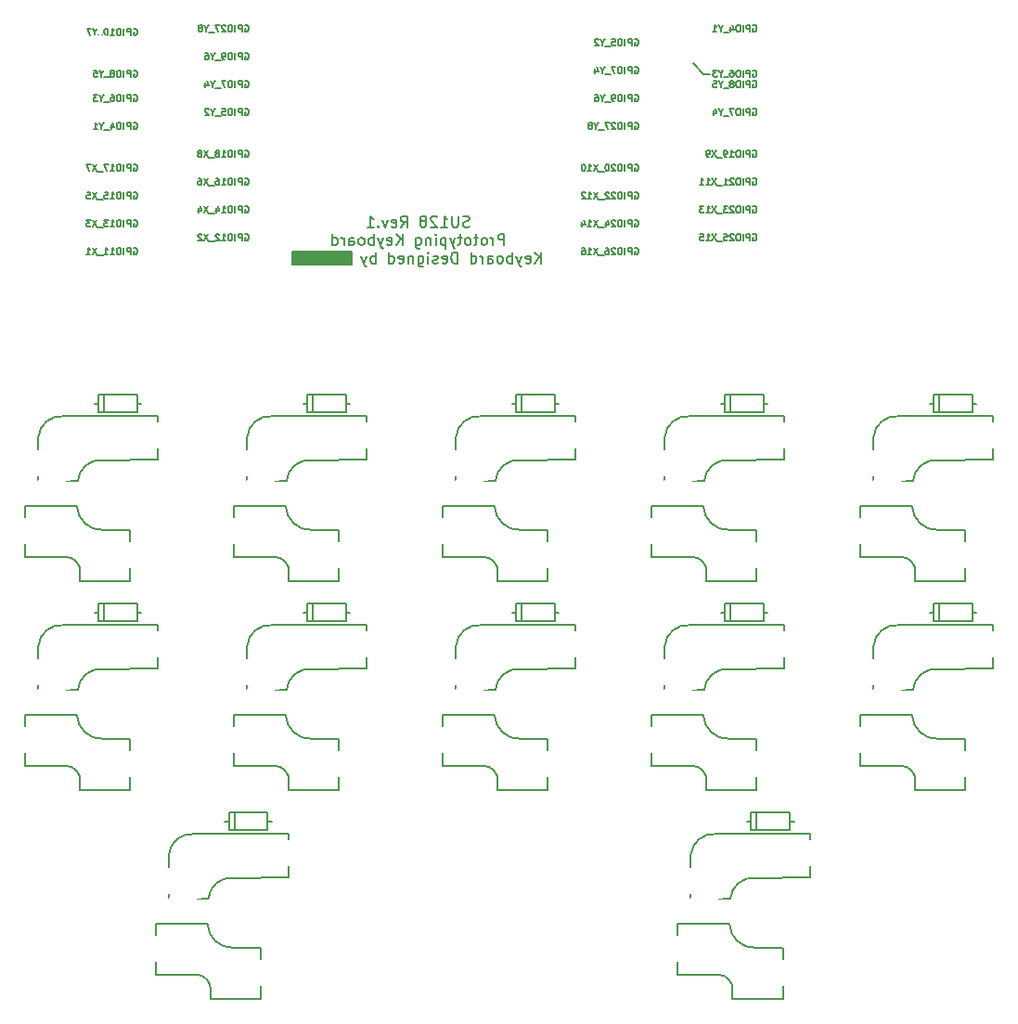
<source format=gbo>
G04 #@! TF.GenerationSoftware,KiCad,Pcbnew,(5.0.2)-1*
G04 #@! TF.CreationDate,2019-04-05T23:19:43+09:00*
G04 #@! TF.ProjectId,su128,73753132-382e-46b6-9963-61645f706362,rev?*
G04 #@! TF.SameCoordinates,PX23f4e34PY3256d7c*
G04 #@! TF.FileFunction,Legend,Bot*
G04 #@! TF.FilePolarity,Positive*
%FSLAX46Y46*%
G04 Gerber Fmt 4.6, Leading zero omitted, Abs format (unit mm)*
G04 Created by KiCad (PCBNEW (5.0.2)-1) date 2019/04/05 23:19:43*
%MOMM*%
%LPD*%
G01*
G04 APERTURE LIST*
%ADD10C,0.150000*%
%ADD11C,0.200000*%
%ADD12C,1.800000*%
%ADD13R,1.800000X1.800000*%
%ADD14O,2.127200X2.127200*%
%ADD15R,2.127200X2.127200*%
%ADD16C,3.000000*%
%ADD17O,2.100000X2.100000*%
%ADD18C,2.100000*%
%ADD19C,1.797000*%
%ADD20C,2.400000*%
%ADD21C,3.650000*%
%ADD22C,1.900000*%
%ADD23C,3.448000*%
%ADD24C,4.387800*%
%ADD25R,2.400000X2.400000*%
%ADD26C,3.400000*%
%ADD27C,2.300000*%
%ADD28C,4.500000*%
%ADD29R,2.300000X2.400000*%
G04 APERTURE END LIST*
D10*
G36*
X30956328Y-31353204D02*
X30956328Y-30162576D01*
X36413373Y-30162576D01*
X36413373Y-31353204D01*
X30956328Y-31353204D01*
G37*
X30956328Y-31353204D02*
X30956328Y-30162576D01*
X36413373Y-30162576D01*
X36413373Y-31353204D01*
X30956328Y-31353204D01*
X68480530Y-13960492D02*
X69115530Y-13960492D01*
X62210887Y-29852992D02*
X62268030Y-29824420D01*
X62353744Y-29824420D01*
X62439458Y-29852992D01*
X62496601Y-29910134D01*
X62525172Y-29967277D01*
X62553744Y-30081563D01*
X62553744Y-30167277D01*
X62525172Y-30281563D01*
X62496601Y-30338706D01*
X62439458Y-30395849D01*
X62353744Y-30424420D01*
X62296601Y-30424420D01*
X62210887Y-30395849D01*
X62182315Y-30367277D01*
X62182315Y-30167277D01*
X62296601Y-30167277D01*
X61925172Y-30424420D02*
X61925172Y-29824420D01*
X61696601Y-29824420D01*
X61639458Y-29852992D01*
X61610887Y-29881563D01*
X61582315Y-29938706D01*
X61582315Y-30024420D01*
X61610887Y-30081563D01*
X61639458Y-30110134D01*
X61696601Y-30138706D01*
X61925172Y-30138706D01*
X61325172Y-30424420D02*
X61325172Y-29824420D01*
X60925172Y-29824420D02*
X60810887Y-29824420D01*
X60753744Y-29852992D01*
X60696601Y-29910134D01*
X60668030Y-30024420D01*
X60668030Y-30224420D01*
X60696601Y-30338706D01*
X60753744Y-30395849D01*
X60810887Y-30424420D01*
X60925172Y-30424420D01*
X60982315Y-30395849D01*
X61039458Y-30338706D01*
X61068030Y-30224420D01*
X61068030Y-30024420D01*
X61039458Y-29910134D01*
X60982315Y-29852992D01*
X60925172Y-29824420D01*
X60439458Y-29881563D02*
X60410887Y-29852992D01*
X60353744Y-29824420D01*
X60210887Y-29824420D01*
X60153744Y-29852992D01*
X60125172Y-29881563D01*
X60096601Y-29938706D01*
X60096601Y-29995849D01*
X60125172Y-30081563D01*
X60468030Y-30424420D01*
X60096601Y-30424420D01*
X59582315Y-29824420D02*
X59696601Y-29824420D01*
X59753744Y-29852992D01*
X59782315Y-29881563D01*
X59839458Y-29967277D01*
X59868030Y-30081563D01*
X59868030Y-30310134D01*
X59839458Y-30367277D01*
X59810887Y-30395849D01*
X59753744Y-30424420D01*
X59639458Y-30424420D01*
X59582315Y-30395849D01*
X59553744Y-30367277D01*
X59525172Y-30310134D01*
X59525172Y-30167277D01*
X59553744Y-30110134D01*
X59582315Y-30081563D01*
X59639458Y-30052992D01*
X59753744Y-30052992D01*
X59810887Y-30081563D01*
X59839458Y-30110134D01*
X59868030Y-30167277D01*
X59410887Y-30481563D02*
X58953744Y-30481563D01*
X58868030Y-29824420D02*
X58468030Y-30424420D01*
X58468030Y-29824420D02*
X58868030Y-30424420D01*
X57925172Y-30424420D02*
X58268030Y-30424420D01*
X58096601Y-30424420D02*
X58096601Y-29824420D01*
X58153744Y-29910134D01*
X58210887Y-29967277D01*
X58268030Y-29995849D01*
X57410887Y-29824420D02*
X57525172Y-29824420D01*
X57582315Y-29852992D01*
X57610887Y-29881563D01*
X57668030Y-29967277D01*
X57696601Y-30081563D01*
X57696601Y-30310134D01*
X57668030Y-30367277D01*
X57639458Y-30395849D01*
X57582315Y-30424420D01*
X57468030Y-30424420D01*
X57410887Y-30395849D01*
X57382315Y-30367277D01*
X57353744Y-30310134D01*
X57353744Y-30167277D01*
X57382315Y-30110134D01*
X57410887Y-30081563D01*
X57468030Y-30052992D01*
X57582315Y-30052992D01*
X57639458Y-30081563D01*
X57668030Y-30110134D01*
X57696601Y-30167277D01*
X73005887Y-28582992D02*
X73063030Y-28554420D01*
X73148744Y-28554420D01*
X73234458Y-28582992D01*
X73291601Y-28640134D01*
X73320172Y-28697277D01*
X73348744Y-28811563D01*
X73348744Y-28897277D01*
X73320172Y-29011563D01*
X73291601Y-29068706D01*
X73234458Y-29125849D01*
X73148744Y-29154420D01*
X73091601Y-29154420D01*
X73005887Y-29125849D01*
X72977315Y-29097277D01*
X72977315Y-28897277D01*
X73091601Y-28897277D01*
X72720172Y-29154420D02*
X72720172Y-28554420D01*
X72491601Y-28554420D01*
X72434458Y-28582992D01*
X72405887Y-28611563D01*
X72377315Y-28668706D01*
X72377315Y-28754420D01*
X72405887Y-28811563D01*
X72434458Y-28840134D01*
X72491601Y-28868706D01*
X72720172Y-28868706D01*
X72120172Y-29154420D02*
X72120172Y-28554420D01*
X71720172Y-28554420D02*
X71605887Y-28554420D01*
X71548744Y-28582992D01*
X71491601Y-28640134D01*
X71463030Y-28754420D01*
X71463030Y-28954420D01*
X71491601Y-29068706D01*
X71548744Y-29125849D01*
X71605887Y-29154420D01*
X71720172Y-29154420D01*
X71777315Y-29125849D01*
X71834458Y-29068706D01*
X71863030Y-28954420D01*
X71863030Y-28754420D01*
X71834458Y-28640134D01*
X71777315Y-28582992D01*
X71720172Y-28554420D01*
X71234458Y-28611563D02*
X71205887Y-28582992D01*
X71148744Y-28554420D01*
X71005887Y-28554420D01*
X70948744Y-28582992D01*
X70920172Y-28611563D01*
X70891601Y-28668706D01*
X70891601Y-28725849D01*
X70920172Y-28811563D01*
X71263030Y-29154420D01*
X70891601Y-29154420D01*
X70348744Y-28554420D02*
X70634458Y-28554420D01*
X70663030Y-28840134D01*
X70634458Y-28811563D01*
X70577315Y-28782992D01*
X70434458Y-28782992D01*
X70377315Y-28811563D01*
X70348744Y-28840134D01*
X70320172Y-28897277D01*
X70320172Y-29040134D01*
X70348744Y-29097277D01*
X70377315Y-29125849D01*
X70434458Y-29154420D01*
X70577315Y-29154420D01*
X70634458Y-29125849D01*
X70663030Y-29097277D01*
X70205887Y-29211563D02*
X69748744Y-29211563D01*
X69663030Y-28554420D02*
X69263030Y-29154420D01*
X69263030Y-28554420D02*
X69663030Y-29154420D01*
X68720172Y-29154420D02*
X69063030Y-29154420D01*
X68891601Y-29154420D02*
X68891601Y-28554420D01*
X68948744Y-28640134D01*
X69005887Y-28697277D01*
X69063030Y-28725849D01*
X68177315Y-28554420D02*
X68463030Y-28554420D01*
X68491601Y-28840134D01*
X68463030Y-28811563D01*
X68405887Y-28782992D01*
X68263030Y-28782992D01*
X68205887Y-28811563D01*
X68177315Y-28840134D01*
X68148744Y-28897277D01*
X68148744Y-29040134D01*
X68177315Y-29097277D01*
X68205887Y-29125849D01*
X68263030Y-29154420D01*
X68405887Y-29154420D01*
X68463030Y-29125849D01*
X68491601Y-29097277D01*
X62210887Y-27312992D02*
X62268030Y-27284420D01*
X62353744Y-27284420D01*
X62439458Y-27312992D01*
X62496601Y-27370134D01*
X62525172Y-27427277D01*
X62553744Y-27541563D01*
X62553744Y-27627277D01*
X62525172Y-27741563D01*
X62496601Y-27798706D01*
X62439458Y-27855849D01*
X62353744Y-27884420D01*
X62296601Y-27884420D01*
X62210887Y-27855849D01*
X62182315Y-27827277D01*
X62182315Y-27627277D01*
X62296601Y-27627277D01*
X61925172Y-27884420D02*
X61925172Y-27284420D01*
X61696601Y-27284420D01*
X61639458Y-27312992D01*
X61610887Y-27341563D01*
X61582315Y-27398706D01*
X61582315Y-27484420D01*
X61610887Y-27541563D01*
X61639458Y-27570134D01*
X61696601Y-27598706D01*
X61925172Y-27598706D01*
X61325172Y-27884420D02*
X61325172Y-27284420D01*
X60925172Y-27284420D02*
X60810887Y-27284420D01*
X60753744Y-27312992D01*
X60696601Y-27370134D01*
X60668030Y-27484420D01*
X60668030Y-27684420D01*
X60696601Y-27798706D01*
X60753744Y-27855849D01*
X60810887Y-27884420D01*
X60925172Y-27884420D01*
X60982315Y-27855849D01*
X61039458Y-27798706D01*
X61068030Y-27684420D01*
X61068030Y-27484420D01*
X61039458Y-27370134D01*
X60982315Y-27312992D01*
X60925172Y-27284420D01*
X60439458Y-27341563D02*
X60410887Y-27312992D01*
X60353744Y-27284420D01*
X60210887Y-27284420D01*
X60153744Y-27312992D01*
X60125172Y-27341563D01*
X60096601Y-27398706D01*
X60096601Y-27455849D01*
X60125172Y-27541563D01*
X60468030Y-27884420D01*
X60096601Y-27884420D01*
X59582315Y-27484420D02*
X59582315Y-27884420D01*
X59725172Y-27255849D02*
X59868030Y-27684420D01*
X59496601Y-27684420D01*
X59410887Y-27941563D02*
X58953744Y-27941563D01*
X58868030Y-27284420D02*
X58468030Y-27884420D01*
X58468030Y-27284420D02*
X58868030Y-27884420D01*
X57925172Y-27884420D02*
X58268030Y-27884420D01*
X58096601Y-27884420D02*
X58096601Y-27284420D01*
X58153744Y-27370134D01*
X58210887Y-27427277D01*
X58268030Y-27455849D01*
X57410887Y-27484420D02*
X57410887Y-27884420D01*
X57553744Y-27255849D02*
X57696601Y-27684420D01*
X57325172Y-27684420D01*
X73005887Y-26042992D02*
X73063030Y-26014420D01*
X73148744Y-26014420D01*
X73234458Y-26042992D01*
X73291601Y-26100134D01*
X73320172Y-26157277D01*
X73348744Y-26271563D01*
X73348744Y-26357277D01*
X73320172Y-26471563D01*
X73291601Y-26528706D01*
X73234458Y-26585849D01*
X73148744Y-26614420D01*
X73091601Y-26614420D01*
X73005887Y-26585849D01*
X72977315Y-26557277D01*
X72977315Y-26357277D01*
X73091601Y-26357277D01*
X72720172Y-26614420D02*
X72720172Y-26014420D01*
X72491601Y-26014420D01*
X72434458Y-26042992D01*
X72405887Y-26071563D01*
X72377315Y-26128706D01*
X72377315Y-26214420D01*
X72405887Y-26271563D01*
X72434458Y-26300134D01*
X72491601Y-26328706D01*
X72720172Y-26328706D01*
X72120172Y-26614420D02*
X72120172Y-26014420D01*
X71720172Y-26014420D02*
X71605887Y-26014420D01*
X71548744Y-26042992D01*
X71491601Y-26100134D01*
X71463030Y-26214420D01*
X71463030Y-26414420D01*
X71491601Y-26528706D01*
X71548744Y-26585849D01*
X71605887Y-26614420D01*
X71720172Y-26614420D01*
X71777315Y-26585849D01*
X71834458Y-26528706D01*
X71863030Y-26414420D01*
X71863030Y-26214420D01*
X71834458Y-26100134D01*
X71777315Y-26042992D01*
X71720172Y-26014420D01*
X71234458Y-26071563D02*
X71205887Y-26042992D01*
X71148744Y-26014420D01*
X71005887Y-26014420D01*
X70948744Y-26042992D01*
X70920172Y-26071563D01*
X70891601Y-26128706D01*
X70891601Y-26185849D01*
X70920172Y-26271563D01*
X71263030Y-26614420D01*
X70891601Y-26614420D01*
X70691601Y-26014420D02*
X70320172Y-26014420D01*
X70520172Y-26242992D01*
X70434458Y-26242992D01*
X70377315Y-26271563D01*
X70348744Y-26300134D01*
X70320172Y-26357277D01*
X70320172Y-26500134D01*
X70348744Y-26557277D01*
X70377315Y-26585849D01*
X70434458Y-26614420D01*
X70605887Y-26614420D01*
X70663030Y-26585849D01*
X70691601Y-26557277D01*
X70205887Y-26671563D02*
X69748744Y-26671563D01*
X69663030Y-26014420D02*
X69263030Y-26614420D01*
X69263030Y-26014420D02*
X69663030Y-26614420D01*
X68720172Y-26614420D02*
X69063030Y-26614420D01*
X68891601Y-26614420D02*
X68891601Y-26014420D01*
X68948744Y-26100134D01*
X69005887Y-26157277D01*
X69063030Y-26185849D01*
X68520172Y-26014420D02*
X68148744Y-26014420D01*
X68348744Y-26242992D01*
X68263030Y-26242992D01*
X68205887Y-26271563D01*
X68177315Y-26300134D01*
X68148744Y-26357277D01*
X68148744Y-26500134D01*
X68177315Y-26557277D01*
X68205887Y-26585849D01*
X68263030Y-26614420D01*
X68434458Y-26614420D01*
X68491601Y-26585849D01*
X68520172Y-26557277D01*
X62210887Y-24772992D02*
X62268030Y-24744420D01*
X62353744Y-24744420D01*
X62439458Y-24772992D01*
X62496601Y-24830134D01*
X62525172Y-24887277D01*
X62553744Y-25001563D01*
X62553744Y-25087277D01*
X62525172Y-25201563D01*
X62496601Y-25258706D01*
X62439458Y-25315849D01*
X62353744Y-25344420D01*
X62296601Y-25344420D01*
X62210887Y-25315849D01*
X62182315Y-25287277D01*
X62182315Y-25087277D01*
X62296601Y-25087277D01*
X61925172Y-25344420D02*
X61925172Y-24744420D01*
X61696601Y-24744420D01*
X61639458Y-24772992D01*
X61610887Y-24801563D01*
X61582315Y-24858706D01*
X61582315Y-24944420D01*
X61610887Y-25001563D01*
X61639458Y-25030134D01*
X61696601Y-25058706D01*
X61925172Y-25058706D01*
X61325172Y-25344420D02*
X61325172Y-24744420D01*
X60925172Y-24744420D02*
X60810887Y-24744420D01*
X60753744Y-24772992D01*
X60696601Y-24830134D01*
X60668030Y-24944420D01*
X60668030Y-25144420D01*
X60696601Y-25258706D01*
X60753744Y-25315849D01*
X60810887Y-25344420D01*
X60925172Y-25344420D01*
X60982315Y-25315849D01*
X61039458Y-25258706D01*
X61068030Y-25144420D01*
X61068030Y-24944420D01*
X61039458Y-24830134D01*
X60982315Y-24772992D01*
X60925172Y-24744420D01*
X60439458Y-24801563D02*
X60410887Y-24772992D01*
X60353744Y-24744420D01*
X60210887Y-24744420D01*
X60153744Y-24772992D01*
X60125172Y-24801563D01*
X60096601Y-24858706D01*
X60096601Y-24915849D01*
X60125172Y-25001563D01*
X60468030Y-25344420D01*
X60096601Y-25344420D01*
X59868030Y-24801563D02*
X59839458Y-24772992D01*
X59782315Y-24744420D01*
X59639458Y-24744420D01*
X59582315Y-24772992D01*
X59553744Y-24801563D01*
X59525172Y-24858706D01*
X59525172Y-24915849D01*
X59553744Y-25001563D01*
X59896601Y-25344420D01*
X59525172Y-25344420D01*
X59410887Y-25401563D02*
X58953744Y-25401563D01*
X58868030Y-24744420D02*
X58468030Y-25344420D01*
X58468030Y-24744420D02*
X58868030Y-25344420D01*
X57925172Y-25344420D02*
X58268030Y-25344420D01*
X58096601Y-25344420D02*
X58096601Y-24744420D01*
X58153744Y-24830134D01*
X58210887Y-24887277D01*
X58268030Y-24915849D01*
X57696601Y-24801563D02*
X57668030Y-24772992D01*
X57610887Y-24744420D01*
X57468030Y-24744420D01*
X57410887Y-24772992D01*
X57382315Y-24801563D01*
X57353744Y-24858706D01*
X57353744Y-24915849D01*
X57382315Y-25001563D01*
X57725172Y-25344420D01*
X57353744Y-25344420D01*
X73005887Y-23502992D02*
X73063030Y-23474420D01*
X73148744Y-23474420D01*
X73234458Y-23502992D01*
X73291601Y-23560134D01*
X73320172Y-23617277D01*
X73348744Y-23731563D01*
X73348744Y-23817277D01*
X73320172Y-23931563D01*
X73291601Y-23988706D01*
X73234458Y-24045849D01*
X73148744Y-24074420D01*
X73091601Y-24074420D01*
X73005887Y-24045849D01*
X72977315Y-24017277D01*
X72977315Y-23817277D01*
X73091601Y-23817277D01*
X72720172Y-24074420D02*
X72720172Y-23474420D01*
X72491601Y-23474420D01*
X72434458Y-23502992D01*
X72405887Y-23531563D01*
X72377315Y-23588706D01*
X72377315Y-23674420D01*
X72405887Y-23731563D01*
X72434458Y-23760134D01*
X72491601Y-23788706D01*
X72720172Y-23788706D01*
X72120172Y-24074420D02*
X72120172Y-23474420D01*
X71720172Y-23474420D02*
X71605887Y-23474420D01*
X71548744Y-23502992D01*
X71491601Y-23560134D01*
X71463030Y-23674420D01*
X71463030Y-23874420D01*
X71491601Y-23988706D01*
X71548744Y-24045849D01*
X71605887Y-24074420D01*
X71720172Y-24074420D01*
X71777315Y-24045849D01*
X71834458Y-23988706D01*
X71863030Y-23874420D01*
X71863030Y-23674420D01*
X71834458Y-23560134D01*
X71777315Y-23502992D01*
X71720172Y-23474420D01*
X71234458Y-23531563D02*
X71205887Y-23502992D01*
X71148744Y-23474420D01*
X71005887Y-23474420D01*
X70948744Y-23502992D01*
X70920172Y-23531563D01*
X70891601Y-23588706D01*
X70891601Y-23645849D01*
X70920172Y-23731563D01*
X71263030Y-24074420D01*
X70891601Y-24074420D01*
X70320172Y-24074420D02*
X70663030Y-24074420D01*
X70491601Y-24074420D02*
X70491601Y-23474420D01*
X70548744Y-23560134D01*
X70605887Y-23617277D01*
X70663030Y-23645849D01*
X70205887Y-24131563D02*
X69748744Y-24131563D01*
X69663030Y-23474420D02*
X69263030Y-24074420D01*
X69263030Y-23474420D02*
X69663030Y-24074420D01*
X68720172Y-24074420D02*
X69063030Y-24074420D01*
X68891601Y-24074420D02*
X68891601Y-23474420D01*
X68948744Y-23560134D01*
X69005887Y-23617277D01*
X69063030Y-23645849D01*
X68148744Y-24074420D02*
X68491601Y-24074420D01*
X68320172Y-24074420D02*
X68320172Y-23474420D01*
X68377315Y-23560134D01*
X68434458Y-23617277D01*
X68491601Y-23645849D01*
X62210887Y-22232992D02*
X62268030Y-22204420D01*
X62353744Y-22204420D01*
X62439458Y-22232992D01*
X62496601Y-22290134D01*
X62525172Y-22347277D01*
X62553744Y-22461563D01*
X62553744Y-22547277D01*
X62525172Y-22661563D01*
X62496601Y-22718706D01*
X62439458Y-22775849D01*
X62353744Y-22804420D01*
X62296601Y-22804420D01*
X62210887Y-22775849D01*
X62182315Y-22747277D01*
X62182315Y-22547277D01*
X62296601Y-22547277D01*
X61925172Y-22804420D02*
X61925172Y-22204420D01*
X61696601Y-22204420D01*
X61639458Y-22232992D01*
X61610887Y-22261563D01*
X61582315Y-22318706D01*
X61582315Y-22404420D01*
X61610887Y-22461563D01*
X61639458Y-22490134D01*
X61696601Y-22518706D01*
X61925172Y-22518706D01*
X61325172Y-22804420D02*
X61325172Y-22204420D01*
X60925172Y-22204420D02*
X60810887Y-22204420D01*
X60753744Y-22232992D01*
X60696601Y-22290134D01*
X60668030Y-22404420D01*
X60668030Y-22604420D01*
X60696601Y-22718706D01*
X60753744Y-22775849D01*
X60810887Y-22804420D01*
X60925172Y-22804420D01*
X60982315Y-22775849D01*
X61039458Y-22718706D01*
X61068030Y-22604420D01*
X61068030Y-22404420D01*
X61039458Y-22290134D01*
X60982315Y-22232992D01*
X60925172Y-22204420D01*
X60439458Y-22261563D02*
X60410887Y-22232992D01*
X60353744Y-22204420D01*
X60210887Y-22204420D01*
X60153744Y-22232992D01*
X60125172Y-22261563D01*
X60096601Y-22318706D01*
X60096601Y-22375849D01*
X60125172Y-22461563D01*
X60468030Y-22804420D01*
X60096601Y-22804420D01*
X59725172Y-22204420D02*
X59668030Y-22204420D01*
X59610887Y-22232992D01*
X59582315Y-22261563D01*
X59553744Y-22318706D01*
X59525172Y-22432992D01*
X59525172Y-22575849D01*
X59553744Y-22690134D01*
X59582315Y-22747277D01*
X59610887Y-22775849D01*
X59668030Y-22804420D01*
X59725172Y-22804420D01*
X59782315Y-22775849D01*
X59810887Y-22747277D01*
X59839458Y-22690134D01*
X59868030Y-22575849D01*
X59868030Y-22432992D01*
X59839458Y-22318706D01*
X59810887Y-22261563D01*
X59782315Y-22232992D01*
X59725172Y-22204420D01*
X59410887Y-22861563D02*
X58953744Y-22861563D01*
X58868030Y-22204420D02*
X58468030Y-22804420D01*
X58468030Y-22204420D02*
X58868030Y-22804420D01*
X57925172Y-22804420D02*
X58268030Y-22804420D01*
X58096601Y-22804420D02*
X58096601Y-22204420D01*
X58153744Y-22290134D01*
X58210887Y-22347277D01*
X58268030Y-22375849D01*
X57553744Y-22204420D02*
X57496601Y-22204420D01*
X57439458Y-22232992D01*
X57410887Y-22261563D01*
X57382315Y-22318706D01*
X57353744Y-22432992D01*
X57353744Y-22575849D01*
X57382315Y-22690134D01*
X57410887Y-22747277D01*
X57439458Y-22775849D01*
X57496601Y-22804420D01*
X57553744Y-22804420D01*
X57610887Y-22775849D01*
X57639458Y-22747277D01*
X57668030Y-22690134D01*
X57696601Y-22575849D01*
X57696601Y-22432992D01*
X57668030Y-22318706D01*
X57639458Y-22261563D01*
X57610887Y-22232992D01*
X57553744Y-22204420D01*
X73005887Y-20962992D02*
X73063030Y-20934420D01*
X73148744Y-20934420D01*
X73234458Y-20962992D01*
X73291601Y-21020134D01*
X73320172Y-21077277D01*
X73348744Y-21191563D01*
X73348744Y-21277277D01*
X73320172Y-21391563D01*
X73291601Y-21448706D01*
X73234458Y-21505849D01*
X73148744Y-21534420D01*
X73091601Y-21534420D01*
X73005887Y-21505849D01*
X72977315Y-21477277D01*
X72977315Y-21277277D01*
X73091601Y-21277277D01*
X72720172Y-21534420D02*
X72720172Y-20934420D01*
X72491601Y-20934420D01*
X72434458Y-20962992D01*
X72405887Y-20991563D01*
X72377315Y-21048706D01*
X72377315Y-21134420D01*
X72405887Y-21191563D01*
X72434458Y-21220134D01*
X72491601Y-21248706D01*
X72720172Y-21248706D01*
X72120172Y-21534420D02*
X72120172Y-20934420D01*
X71720172Y-20934420D02*
X71605887Y-20934420D01*
X71548744Y-20962992D01*
X71491601Y-21020134D01*
X71463030Y-21134420D01*
X71463030Y-21334420D01*
X71491601Y-21448706D01*
X71548744Y-21505849D01*
X71605887Y-21534420D01*
X71720172Y-21534420D01*
X71777315Y-21505849D01*
X71834458Y-21448706D01*
X71863030Y-21334420D01*
X71863030Y-21134420D01*
X71834458Y-21020134D01*
X71777315Y-20962992D01*
X71720172Y-20934420D01*
X70891601Y-21534420D02*
X71234458Y-21534420D01*
X71063030Y-21534420D02*
X71063030Y-20934420D01*
X71120172Y-21020134D01*
X71177315Y-21077277D01*
X71234458Y-21105849D01*
X70605887Y-21534420D02*
X70491601Y-21534420D01*
X70434458Y-21505849D01*
X70405887Y-21477277D01*
X70348744Y-21391563D01*
X70320172Y-21277277D01*
X70320172Y-21048706D01*
X70348744Y-20991563D01*
X70377315Y-20962992D01*
X70434458Y-20934420D01*
X70548744Y-20934420D01*
X70605887Y-20962992D01*
X70634458Y-20991563D01*
X70663030Y-21048706D01*
X70663030Y-21191563D01*
X70634458Y-21248706D01*
X70605887Y-21277277D01*
X70548744Y-21305849D01*
X70434458Y-21305849D01*
X70377315Y-21277277D01*
X70348744Y-21248706D01*
X70320172Y-21191563D01*
X70205887Y-21591563D02*
X69748744Y-21591563D01*
X69663030Y-20934420D02*
X69263030Y-21534420D01*
X69263030Y-20934420D02*
X69663030Y-21534420D01*
X69005887Y-21534420D02*
X68891601Y-21534420D01*
X68834458Y-21505849D01*
X68805887Y-21477277D01*
X68748744Y-21391563D01*
X68720172Y-21277277D01*
X68720172Y-21048706D01*
X68748744Y-20991563D01*
X68777315Y-20962992D01*
X68834458Y-20934420D01*
X68948744Y-20934420D01*
X69005887Y-20962992D01*
X69034458Y-20991563D01*
X69063030Y-21048706D01*
X69063030Y-21191563D01*
X69034458Y-21248706D01*
X69005887Y-21277277D01*
X68948744Y-21305849D01*
X68834458Y-21305849D01*
X68777315Y-21277277D01*
X68748744Y-21248706D01*
X68720172Y-21191563D01*
X67528030Y-13007992D02*
X68480530Y-13960492D01*
X62210887Y-18422992D02*
X62268030Y-18394420D01*
X62353744Y-18394420D01*
X62439458Y-18422992D01*
X62496601Y-18480134D01*
X62525172Y-18537277D01*
X62553744Y-18651563D01*
X62553744Y-18737277D01*
X62525172Y-18851563D01*
X62496601Y-18908706D01*
X62439458Y-18965849D01*
X62353744Y-18994420D01*
X62296601Y-18994420D01*
X62210887Y-18965849D01*
X62182315Y-18937277D01*
X62182315Y-18737277D01*
X62296601Y-18737277D01*
X61925172Y-18994420D02*
X61925172Y-18394420D01*
X61696601Y-18394420D01*
X61639458Y-18422992D01*
X61610887Y-18451563D01*
X61582315Y-18508706D01*
X61582315Y-18594420D01*
X61610887Y-18651563D01*
X61639458Y-18680134D01*
X61696601Y-18708706D01*
X61925172Y-18708706D01*
X61325172Y-18994420D02*
X61325172Y-18394420D01*
X60925172Y-18394420D02*
X60810887Y-18394420D01*
X60753744Y-18422992D01*
X60696601Y-18480134D01*
X60668030Y-18594420D01*
X60668030Y-18794420D01*
X60696601Y-18908706D01*
X60753744Y-18965849D01*
X60810887Y-18994420D01*
X60925172Y-18994420D01*
X60982315Y-18965849D01*
X61039458Y-18908706D01*
X61068030Y-18794420D01*
X61068030Y-18594420D01*
X61039458Y-18480134D01*
X60982315Y-18422992D01*
X60925172Y-18394420D01*
X60439458Y-18451563D02*
X60410887Y-18422992D01*
X60353744Y-18394420D01*
X60210887Y-18394420D01*
X60153744Y-18422992D01*
X60125172Y-18451563D01*
X60096601Y-18508706D01*
X60096601Y-18565849D01*
X60125172Y-18651563D01*
X60468030Y-18994420D01*
X60096601Y-18994420D01*
X59896601Y-18394420D02*
X59496601Y-18394420D01*
X59753744Y-18994420D01*
X59410887Y-19051563D02*
X58953744Y-19051563D01*
X58696601Y-18708706D02*
X58696601Y-18994420D01*
X58896601Y-18394420D02*
X58696601Y-18708706D01*
X58496601Y-18394420D01*
X58210887Y-18651563D02*
X58268030Y-18622992D01*
X58296601Y-18594420D01*
X58325172Y-18537277D01*
X58325172Y-18508706D01*
X58296601Y-18451563D01*
X58268030Y-18422992D01*
X58210887Y-18394420D01*
X58096601Y-18394420D01*
X58039458Y-18422992D01*
X58010887Y-18451563D01*
X57982315Y-18508706D01*
X57982315Y-18537277D01*
X58010887Y-18594420D01*
X58039458Y-18622992D01*
X58096601Y-18651563D01*
X58210887Y-18651563D01*
X58268030Y-18680134D01*
X58296601Y-18708706D01*
X58325172Y-18765849D01*
X58325172Y-18880134D01*
X58296601Y-18937277D01*
X58268030Y-18965849D01*
X58210887Y-18994420D01*
X58096601Y-18994420D01*
X58039458Y-18965849D01*
X58010887Y-18937277D01*
X57982315Y-18880134D01*
X57982315Y-18765849D01*
X58010887Y-18708706D01*
X58039458Y-18680134D01*
X58096601Y-18651563D01*
X73005887Y-17152992D02*
X73063030Y-17124420D01*
X73148744Y-17124420D01*
X73234458Y-17152992D01*
X73291601Y-17210134D01*
X73320172Y-17267277D01*
X73348744Y-17381563D01*
X73348744Y-17467277D01*
X73320172Y-17581563D01*
X73291601Y-17638706D01*
X73234458Y-17695849D01*
X73148744Y-17724420D01*
X73091601Y-17724420D01*
X73005887Y-17695849D01*
X72977315Y-17667277D01*
X72977315Y-17467277D01*
X73091601Y-17467277D01*
X72720172Y-17724420D02*
X72720172Y-17124420D01*
X72491601Y-17124420D01*
X72434458Y-17152992D01*
X72405887Y-17181563D01*
X72377315Y-17238706D01*
X72377315Y-17324420D01*
X72405887Y-17381563D01*
X72434458Y-17410134D01*
X72491601Y-17438706D01*
X72720172Y-17438706D01*
X72120172Y-17724420D02*
X72120172Y-17124420D01*
X71720172Y-17124420D02*
X71605887Y-17124420D01*
X71548744Y-17152992D01*
X71491601Y-17210134D01*
X71463030Y-17324420D01*
X71463030Y-17524420D01*
X71491601Y-17638706D01*
X71548744Y-17695849D01*
X71605887Y-17724420D01*
X71720172Y-17724420D01*
X71777315Y-17695849D01*
X71834458Y-17638706D01*
X71863030Y-17524420D01*
X71863030Y-17324420D01*
X71834458Y-17210134D01*
X71777315Y-17152992D01*
X71720172Y-17124420D01*
X71263030Y-17124420D02*
X70863030Y-17124420D01*
X71120172Y-17724420D01*
X70777315Y-17781563D02*
X70320172Y-17781563D01*
X70063030Y-17438706D02*
X70063030Y-17724420D01*
X70263030Y-17124420D02*
X70063030Y-17438706D01*
X69863030Y-17124420D01*
X69405887Y-17324420D02*
X69405887Y-17724420D01*
X69548744Y-17095849D02*
X69691601Y-17524420D01*
X69320172Y-17524420D01*
X62210887Y-15882992D02*
X62268030Y-15854420D01*
X62353744Y-15854420D01*
X62439458Y-15882992D01*
X62496601Y-15940134D01*
X62525172Y-15997277D01*
X62553744Y-16111563D01*
X62553744Y-16197277D01*
X62525172Y-16311563D01*
X62496601Y-16368706D01*
X62439458Y-16425849D01*
X62353744Y-16454420D01*
X62296601Y-16454420D01*
X62210887Y-16425849D01*
X62182315Y-16397277D01*
X62182315Y-16197277D01*
X62296601Y-16197277D01*
X61925172Y-16454420D02*
X61925172Y-15854420D01*
X61696601Y-15854420D01*
X61639458Y-15882992D01*
X61610887Y-15911563D01*
X61582315Y-15968706D01*
X61582315Y-16054420D01*
X61610887Y-16111563D01*
X61639458Y-16140134D01*
X61696601Y-16168706D01*
X61925172Y-16168706D01*
X61325172Y-16454420D02*
X61325172Y-15854420D01*
X60925172Y-15854420D02*
X60810887Y-15854420D01*
X60753744Y-15882992D01*
X60696601Y-15940134D01*
X60668030Y-16054420D01*
X60668030Y-16254420D01*
X60696601Y-16368706D01*
X60753744Y-16425849D01*
X60810887Y-16454420D01*
X60925172Y-16454420D01*
X60982315Y-16425849D01*
X61039458Y-16368706D01*
X61068030Y-16254420D01*
X61068030Y-16054420D01*
X61039458Y-15940134D01*
X60982315Y-15882992D01*
X60925172Y-15854420D01*
X60382315Y-16454420D02*
X60268030Y-16454420D01*
X60210887Y-16425849D01*
X60182315Y-16397277D01*
X60125172Y-16311563D01*
X60096601Y-16197277D01*
X60096601Y-15968706D01*
X60125172Y-15911563D01*
X60153744Y-15882992D01*
X60210887Y-15854420D01*
X60325172Y-15854420D01*
X60382315Y-15882992D01*
X60410887Y-15911563D01*
X60439458Y-15968706D01*
X60439458Y-16111563D01*
X60410887Y-16168706D01*
X60382315Y-16197277D01*
X60325172Y-16225849D01*
X60210887Y-16225849D01*
X60153744Y-16197277D01*
X60125172Y-16168706D01*
X60096601Y-16111563D01*
X59982315Y-16511563D02*
X59525172Y-16511563D01*
X59268030Y-16168706D02*
X59268030Y-16454420D01*
X59468030Y-15854420D02*
X59268030Y-16168706D01*
X59068030Y-15854420D01*
X58610887Y-15854420D02*
X58725172Y-15854420D01*
X58782315Y-15882992D01*
X58810887Y-15911563D01*
X58868030Y-15997277D01*
X58896601Y-16111563D01*
X58896601Y-16340134D01*
X58868030Y-16397277D01*
X58839458Y-16425849D01*
X58782315Y-16454420D01*
X58668030Y-16454420D01*
X58610887Y-16425849D01*
X58582315Y-16397277D01*
X58553744Y-16340134D01*
X58553744Y-16197277D01*
X58582315Y-16140134D01*
X58610887Y-16111563D01*
X58668030Y-16082992D01*
X58782315Y-16082992D01*
X58839458Y-16111563D01*
X58868030Y-16140134D01*
X58896601Y-16197277D01*
X73005887Y-14612992D02*
X73063030Y-14584420D01*
X73148744Y-14584420D01*
X73234458Y-14612992D01*
X73291601Y-14670134D01*
X73320172Y-14727277D01*
X73348744Y-14841563D01*
X73348744Y-14927277D01*
X73320172Y-15041563D01*
X73291601Y-15098706D01*
X73234458Y-15155849D01*
X73148744Y-15184420D01*
X73091601Y-15184420D01*
X73005887Y-15155849D01*
X72977315Y-15127277D01*
X72977315Y-14927277D01*
X73091601Y-14927277D01*
X72720172Y-15184420D02*
X72720172Y-14584420D01*
X72491601Y-14584420D01*
X72434458Y-14612992D01*
X72405887Y-14641563D01*
X72377315Y-14698706D01*
X72377315Y-14784420D01*
X72405887Y-14841563D01*
X72434458Y-14870134D01*
X72491601Y-14898706D01*
X72720172Y-14898706D01*
X72120172Y-15184420D02*
X72120172Y-14584420D01*
X71720172Y-14584420D02*
X71605887Y-14584420D01*
X71548744Y-14612992D01*
X71491601Y-14670134D01*
X71463030Y-14784420D01*
X71463030Y-14984420D01*
X71491601Y-15098706D01*
X71548744Y-15155849D01*
X71605887Y-15184420D01*
X71720172Y-15184420D01*
X71777315Y-15155849D01*
X71834458Y-15098706D01*
X71863030Y-14984420D01*
X71863030Y-14784420D01*
X71834458Y-14670134D01*
X71777315Y-14612992D01*
X71720172Y-14584420D01*
X71120172Y-14841563D02*
X71177315Y-14812992D01*
X71205887Y-14784420D01*
X71234458Y-14727277D01*
X71234458Y-14698706D01*
X71205887Y-14641563D01*
X71177315Y-14612992D01*
X71120172Y-14584420D01*
X71005887Y-14584420D01*
X70948744Y-14612992D01*
X70920172Y-14641563D01*
X70891601Y-14698706D01*
X70891601Y-14727277D01*
X70920172Y-14784420D01*
X70948744Y-14812992D01*
X71005887Y-14841563D01*
X71120172Y-14841563D01*
X71177315Y-14870134D01*
X71205887Y-14898706D01*
X71234458Y-14955849D01*
X71234458Y-15070134D01*
X71205887Y-15127277D01*
X71177315Y-15155849D01*
X71120172Y-15184420D01*
X71005887Y-15184420D01*
X70948744Y-15155849D01*
X70920172Y-15127277D01*
X70891601Y-15070134D01*
X70891601Y-14955849D01*
X70920172Y-14898706D01*
X70948744Y-14870134D01*
X71005887Y-14841563D01*
X70777315Y-15241563D02*
X70320172Y-15241563D01*
X70063030Y-14898706D02*
X70063030Y-15184420D01*
X70263030Y-14584420D02*
X70063030Y-14898706D01*
X69863030Y-14584420D01*
X69377315Y-14584420D02*
X69663030Y-14584420D01*
X69691601Y-14870134D01*
X69663030Y-14841563D01*
X69605887Y-14812992D01*
X69463030Y-14812992D01*
X69405887Y-14841563D01*
X69377315Y-14870134D01*
X69348744Y-14927277D01*
X69348744Y-15070134D01*
X69377315Y-15127277D01*
X69405887Y-15155849D01*
X69463030Y-15184420D01*
X69605887Y-15184420D01*
X69663030Y-15155849D01*
X69691601Y-15127277D01*
X62210887Y-13342992D02*
X62268030Y-13314420D01*
X62353744Y-13314420D01*
X62439458Y-13342992D01*
X62496601Y-13400134D01*
X62525172Y-13457277D01*
X62553744Y-13571563D01*
X62553744Y-13657277D01*
X62525172Y-13771563D01*
X62496601Y-13828706D01*
X62439458Y-13885849D01*
X62353744Y-13914420D01*
X62296601Y-13914420D01*
X62210887Y-13885849D01*
X62182315Y-13857277D01*
X62182315Y-13657277D01*
X62296601Y-13657277D01*
X61925172Y-13914420D02*
X61925172Y-13314420D01*
X61696601Y-13314420D01*
X61639458Y-13342992D01*
X61610887Y-13371563D01*
X61582315Y-13428706D01*
X61582315Y-13514420D01*
X61610887Y-13571563D01*
X61639458Y-13600134D01*
X61696601Y-13628706D01*
X61925172Y-13628706D01*
X61325172Y-13914420D02*
X61325172Y-13314420D01*
X60925172Y-13314420D02*
X60810887Y-13314420D01*
X60753744Y-13342992D01*
X60696601Y-13400134D01*
X60668030Y-13514420D01*
X60668030Y-13714420D01*
X60696601Y-13828706D01*
X60753744Y-13885849D01*
X60810887Y-13914420D01*
X60925172Y-13914420D01*
X60982315Y-13885849D01*
X61039458Y-13828706D01*
X61068030Y-13714420D01*
X61068030Y-13514420D01*
X61039458Y-13400134D01*
X60982315Y-13342992D01*
X60925172Y-13314420D01*
X60468030Y-13314420D02*
X60068030Y-13314420D01*
X60325172Y-13914420D01*
X59982315Y-13971563D02*
X59525172Y-13971563D01*
X59268030Y-13628706D02*
X59268030Y-13914420D01*
X59468030Y-13314420D02*
X59268030Y-13628706D01*
X59068030Y-13314420D01*
X58610887Y-13514420D02*
X58610887Y-13914420D01*
X58753744Y-13285849D02*
X58896601Y-13714420D01*
X58525172Y-13714420D01*
X73005887Y-13660492D02*
X73063030Y-13631920D01*
X73148744Y-13631920D01*
X73234458Y-13660492D01*
X73291601Y-13717634D01*
X73320172Y-13774777D01*
X73348744Y-13889063D01*
X73348744Y-13974777D01*
X73320172Y-14089063D01*
X73291601Y-14146206D01*
X73234458Y-14203349D01*
X73148744Y-14231920D01*
X73091601Y-14231920D01*
X73005887Y-14203349D01*
X72977315Y-14174777D01*
X72977315Y-13974777D01*
X73091601Y-13974777D01*
X72720172Y-14231920D02*
X72720172Y-13631920D01*
X72491601Y-13631920D01*
X72434458Y-13660492D01*
X72405887Y-13689063D01*
X72377315Y-13746206D01*
X72377315Y-13831920D01*
X72405887Y-13889063D01*
X72434458Y-13917634D01*
X72491601Y-13946206D01*
X72720172Y-13946206D01*
X72120172Y-14231920D02*
X72120172Y-13631920D01*
X71720172Y-13631920D02*
X71605887Y-13631920D01*
X71548744Y-13660492D01*
X71491601Y-13717634D01*
X71463030Y-13831920D01*
X71463030Y-14031920D01*
X71491601Y-14146206D01*
X71548744Y-14203349D01*
X71605887Y-14231920D01*
X71720172Y-14231920D01*
X71777315Y-14203349D01*
X71834458Y-14146206D01*
X71863030Y-14031920D01*
X71863030Y-13831920D01*
X71834458Y-13717634D01*
X71777315Y-13660492D01*
X71720172Y-13631920D01*
X70948744Y-13631920D02*
X71063030Y-13631920D01*
X71120172Y-13660492D01*
X71148744Y-13689063D01*
X71205887Y-13774777D01*
X71234458Y-13889063D01*
X71234458Y-14117634D01*
X71205887Y-14174777D01*
X71177315Y-14203349D01*
X71120172Y-14231920D01*
X71005887Y-14231920D01*
X70948744Y-14203349D01*
X70920172Y-14174777D01*
X70891601Y-14117634D01*
X70891601Y-13974777D01*
X70920172Y-13917634D01*
X70948744Y-13889063D01*
X71005887Y-13860492D01*
X71120172Y-13860492D01*
X71177315Y-13889063D01*
X71205887Y-13917634D01*
X71234458Y-13974777D01*
X70777315Y-14289063D02*
X70320172Y-14289063D01*
X70063030Y-13946206D02*
X70063030Y-14231920D01*
X70263030Y-13631920D02*
X70063030Y-13946206D01*
X69863030Y-13631920D01*
X69720172Y-13631920D02*
X69348744Y-13631920D01*
X69548744Y-13860492D01*
X69463030Y-13860492D01*
X69405887Y-13889063D01*
X69377315Y-13917634D01*
X69348744Y-13974777D01*
X69348744Y-14117634D01*
X69377315Y-14174777D01*
X69405887Y-14203349D01*
X69463030Y-14231920D01*
X69634458Y-14231920D01*
X69691601Y-14203349D01*
X69720172Y-14174777D01*
X62210887Y-10802992D02*
X62268030Y-10774420D01*
X62353744Y-10774420D01*
X62439458Y-10802992D01*
X62496601Y-10860134D01*
X62525172Y-10917277D01*
X62553744Y-11031563D01*
X62553744Y-11117277D01*
X62525172Y-11231563D01*
X62496601Y-11288706D01*
X62439458Y-11345849D01*
X62353744Y-11374420D01*
X62296601Y-11374420D01*
X62210887Y-11345849D01*
X62182315Y-11317277D01*
X62182315Y-11117277D01*
X62296601Y-11117277D01*
X61925172Y-11374420D02*
X61925172Y-10774420D01*
X61696601Y-10774420D01*
X61639458Y-10802992D01*
X61610887Y-10831563D01*
X61582315Y-10888706D01*
X61582315Y-10974420D01*
X61610887Y-11031563D01*
X61639458Y-11060134D01*
X61696601Y-11088706D01*
X61925172Y-11088706D01*
X61325172Y-11374420D02*
X61325172Y-10774420D01*
X60925172Y-10774420D02*
X60810887Y-10774420D01*
X60753744Y-10802992D01*
X60696601Y-10860134D01*
X60668030Y-10974420D01*
X60668030Y-11174420D01*
X60696601Y-11288706D01*
X60753744Y-11345849D01*
X60810887Y-11374420D01*
X60925172Y-11374420D01*
X60982315Y-11345849D01*
X61039458Y-11288706D01*
X61068030Y-11174420D01*
X61068030Y-10974420D01*
X61039458Y-10860134D01*
X60982315Y-10802992D01*
X60925172Y-10774420D01*
X60125172Y-10774420D02*
X60410887Y-10774420D01*
X60439458Y-11060134D01*
X60410887Y-11031563D01*
X60353744Y-11002992D01*
X60210887Y-11002992D01*
X60153744Y-11031563D01*
X60125172Y-11060134D01*
X60096601Y-11117277D01*
X60096601Y-11260134D01*
X60125172Y-11317277D01*
X60153744Y-11345849D01*
X60210887Y-11374420D01*
X60353744Y-11374420D01*
X60410887Y-11345849D01*
X60439458Y-11317277D01*
X59982315Y-11431563D02*
X59525172Y-11431563D01*
X59268030Y-11088706D02*
X59268030Y-11374420D01*
X59468030Y-10774420D02*
X59268030Y-11088706D01*
X59068030Y-10774420D01*
X58896601Y-10831563D02*
X58868030Y-10802992D01*
X58810887Y-10774420D01*
X58668030Y-10774420D01*
X58610887Y-10802992D01*
X58582315Y-10831563D01*
X58553744Y-10888706D01*
X58553744Y-10945849D01*
X58582315Y-11031563D01*
X58925172Y-11374420D01*
X58553744Y-11374420D01*
X73005887Y-9532992D02*
X73063030Y-9504420D01*
X73148744Y-9504420D01*
X73234458Y-9532992D01*
X73291601Y-9590134D01*
X73320172Y-9647277D01*
X73348744Y-9761563D01*
X73348744Y-9847277D01*
X73320172Y-9961563D01*
X73291601Y-10018706D01*
X73234458Y-10075849D01*
X73148744Y-10104420D01*
X73091601Y-10104420D01*
X73005887Y-10075849D01*
X72977315Y-10047277D01*
X72977315Y-9847277D01*
X73091601Y-9847277D01*
X72720172Y-10104420D02*
X72720172Y-9504420D01*
X72491601Y-9504420D01*
X72434458Y-9532992D01*
X72405887Y-9561563D01*
X72377315Y-9618706D01*
X72377315Y-9704420D01*
X72405887Y-9761563D01*
X72434458Y-9790134D01*
X72491601Y-9818706D01*
X72720172Y-9818706D01*
X72120172Y-10104420D02*
X72120172Y-9504420D01*
X71720172Y-9504420D02*
X71605887Y-9504420D01*
X71548744Y-9532992D01*
X71491601Y-9590134D01*
X71463030Y-9704420D01*
X71463030Y-9904420D01*
X71491601Y-10018706D01*
X71548744Y-10075849D01*
X71605887Y-10104420D01*
X71720172Y-10104420D01*
X71777315Y-10075849D01*
X71834458Y-10018706D01*
X71863030Y-9904420D01*
X71863030Y-9704420D01*
X71834458Y-9590134D01*
X71777315Y-9532992D01*
X71720172Y-9504420D01*
X70948744Y-9704420D02*
X70948744Y-10104420D01*
X71091601Y-9475849D02*
X71234458Y-9904420D01*
X70863030Y-9904420D01*
X70777315Y-10161563D02*
X70320172Y-10161563D01*
X70063030Y-9818706D02*
X70063030Y-10104420D01*
X70263030Y-9504420D02*
X70063030Y-9818706D01*
X69863030Y-9504420D01*
X69348744Y-10104420D02*
X69691601Y-10104420D01*
X69520172Y-10104420D02*
X69520172Y-9504420D01*
X69577315Y-9590134D01*
X69634458Y-9647277D01*
X69691601Y-9675849D01*
X26650887Y-9532992D02*
X26708030Y-9504420D01*
X26793744Y-9504420D01*
X26879458Y-9532992D01*
X26936601Y-9590134D01*
X26965172Y-9647277D01*
X26993744Y-9761563D01*
X26993744Y-9847277D01*
X26965172Y-9961563D01*
X26936601Y-10018706D01*
X26879458Y-10075849D01*
X26793744Y-10104420D01*
X26736601Y-10104420D01*
X26650887Y-10075849D01*
X26622315Y-10047277D01*
X26622315Y-9847277D01*
X26736601Y-9847277D01*
X26365172Y-10104420D02*
X26365172Y-9504420D01*
X26136601Y-9504420D01*
X26079458Y-9532992D01*
X26050887Y-9561563D01*
X26022315Y-9618706D01*
X26022315Y-9704420D01*
X26050887Y-9761563D01*
X26079458Y-9790134D01*
X26136601Y-9818706D01*
X26365172Y-9818706D01*
X25765172Y-10104420D02*
X25765172Y-9504420D01*
X25365172Y-9504420D02*
X25250887Y-9504420D01*
X25193744Y-9532992D01*
X25136601Y-9590134D01*
X25108030Y-9704420D01*
X25108030Y-9904420D01*
X25136601Y-10018706D01*
X25193744Y-10075849D01*
X25250887Y-10104420D01*
X25365172Y-10104420D01*
X25422315Y-10075849D01*
X25479458Y-10018706D01*
X25508030Y-9904420D01*
X25508030Y-9704420D01*
X25479458Y-9590134D01*
X25422315Y-9532992D01*
X25365172Y-9504420D01*
X24879458Y-9561563D02*
X24850887Y-9532992D01*
X24793744Y-9504420D01*
X24650887Y-9504420D01*
X24593744Y-9532992D01*
X24565172Y-9561563D01*
X24536601Y-9618706D01*
X24536601Y-9675849D01*
X24565172Y-9761563D01*
X24908030Y-10104420D01*
X24536601Y-10104420D01*
X24336601Y-9504420D02*
X23936601Y-9504420D01*
X24193744Y-10104420D01*
X23850887Y-10161563D02*
X23393744Y-10161563D01*
X23136601Y-9818706D02*
X23136601Y-10104420D01*
X23336601Y-9504420D02*
X23136601Y-9818706D01*
X22936601Y-9504420D01*
X22650887Y-9761563D02*
X22708030Y-9732992D01*
X22736601Y-9704420D01*
X22765172Y-9647277D01*
X22765172Y-9618706D01*
X22736601Y-9561563D01*
X22708030Y-9532992D01*
X22650887Y-9504420D01*
X22536601Y-9504420D01*
X22479458Y-9532992D01*
X22450887Y-9561563D01*
X22422315Y-9618706D01*
X22422315Y-9647277D01*
X22450887Y-9704420D01*
X22479458Y-9732992D01*
X22536601Y-9761563D01*
X22650887Y-9761563D01*
X22708030Y-9790134D01*
X22736601Y-9818706D01*
X22765172Y-9875849D01*
X22765172Y-9990134D01*
X22736601Y-10047277D01*
X22708030Y-10075849D01*
X22650887Y-10104420D01*
X22536601Y-10104420D01*
X22479458Y-10075849D01*
X22450887Y-10047277D01*
X22422315Y-9990134D01*
X22422315Y-9875849D01*
X22450887Y-9818706D01*
X22479458Y-9790134D01*
X22536601Y-9761563D01*
X16490887Y-9850492D02*
X16548030Y-9821920D01*
X16633744Y-9821920D01*
X16719458Y-9850492D01*
X16776601Y-9907634D01*
X16805172Y-9964777D01*
X16833744Y-10079063D01*
X16833744Y-10164777D01*
X16805172Y-10279063D01*
X16776601Y-10336206D01*
X16719458Y-10393349D01*
X16633744Y-10421920D01*
X16576601Y-10421920D01*
X16490887Y-10393349D01*
X16462315Y-10364777D01*
X16462315Y-10164777D01*
X16576601Y-10164777D01*
X16205172Y-10421920D02*
X16205172Y-9821920D01*
X15976601Y-9821920D01*
X15919458Y-9850492D01*
X15890887Y-9879063D01*
X15862315Y-9936206D01*
X15862315Y-10021920D01*
X15890887Y-10079063D01*
X15919458Y-10107634D01*
X15976601Y-10136206D01*
X16205172Y-10136206D01*
X15605172Y-10421920D02*
X15605172Y-9821920D01*
X15205172Y-9821920D02*
X15090887Y-9821920D01*
X15033744Y-9850492D01*
X14976601Y-9907634D01*
X14948030Y-10021920D01*
X14948030Y-10221920D01*
X14976601Y-10336206D01*
X15033744Y-10393349D01*
X15090887Y-10421920D01*
X15205172Y-10421920D01*
X15262315Y-10393349D01*
X15319458Y-10336206D01*
X15348030Y-10221920D01*
X15348030Y-10021920D01*
X15319458Y-9907634D01*
X15262315Y-9850492D01*
X15205172Y-9821920D01*
X14376601Y-10421920D02*
X14719458Y-10421920D01*
X14548030Y-10421920D02*
X14548030Y-9821920D01*
X14605172Y-9907634D01*
X14662315Y-9964777D01*
X14719458Y-9993349D01*
X14005172Y-9821920D02*
X13948030Y-9821920D01*
X13890887Y-9850492D01*
X13862315Y-9879063D01*
X13833744Y-9936206D01*
X13805172Y-10050492D01*
X13805172Y-10193349D01*
X13833744Y-10307634D01*
X13862315Y-10364777D01*
X13890887Y-10393349D01*
X13948030Y-10421920D01*
X14005172Y-10421920D01*
X14062315Y-10393349D01*
X14090887Y-10364777D01*
X14119458Y-10307634D01*
X14148030Y-10193349D01*
X14148030Y-10050492D01*
X14119458Y-9936206D01*
X14090887Y-9879063D01*
X14062315Y-9850492D01*
X14005172Y-9821920D01*
X13690887Y-10479063D02*
X13233744Y-10479063D01*
X12976601Y-10136206D02*
X12976601Y-10421920D01*
X13176601Y-9821920D02*
X12976601Y-10136206D01*
X12776601Y-9821920D01*
X12633744Y-9821920D02*
X12233744Y-9821920D01*
X12490887Y-10421920D01*
X26650887Y-12072992D02*
X26708030Y-12044420D01*
X26793744Y-12044420D01*
X26879458Y-12072992D01*
X26936601Y-12130134D01*
X26965172Y-12187277D01*
X26993744Y-12301563D01*
X26993744Y-12387277D01*
X26965172Y-12501563D01*
X26936601Y-12558706D01*
X26879458Y-12615849D01*
X26793744Y-12644420D01*
X26736601Y-12644420D01*
X26650887Y-12615849D01*
X26622315Y-12587277D01*
X26622315Y-12387277D01*
X26736601Y-12387277D01*
X26365172Y-12644420D02*
X26365172Y-12044420D01*
X26136601Y-12044420D01*
X26079458Y-12072992D01*
X26050887Y-12101563D01*
X26022315Y-12158706D01*
X26022315Y-12244420D01*
X26050887Y-12301563D01*
X26079458Y-12330134D01*
X26136601Y-12358706D01*
X26365172Y-12358706D01*
X25765172Y-12644420D02*
X25765172Y-12044420D01*
X25365172Y-12044420D02*
X25250887Y-12044420D01*
X25193744Y-12072992D01*
X25136601Y-12130134D01*
X25108030Y-12244420D01*
X25108030Y-12444420D01*
X25136601Y-12558706D01*
X25193744Y-12615849D01*
X25250887Y-12644420D01*
X25365172Y-12644420D01*
X25422315Y-12615849D01*
X25479458Y-12558706D01*
X25508030Y-12444420D01*
X25508030Y-12244420D01*
X25479458Y-12130134D01*
X25422315Y-12072992D01*
X25365172Y-12044420D01*
X24822315Y-12644420D02*
X24708030Y-12644420D01*
X24650887Y-12615849D01*
X24622315Y-12587277D01*
X24565172Y-12501563D01*
X24536601Y-12387277D01*
X24536601Y-12158706D01*
X24565172Y-12101563D01*
X24593744Y-12072992D01*
X24650887Y-12044420D01*
X24765172Y-12044420D01*
X24822315Y-12072992D01*
X24850887Y-12101563D01*
X24879458Y-12158706D01*
X24879458Y-12301563D01*
X24850887Y-12358706D01*
X24822315Y-12387277D01*
X24765172Y-12415849D01*
X24650887Y-12415849D01*
X24593744Y-12387277D01*
X24565172Y-12358706D01*
X24536601Y-12301563D01*
X24422315Y-12701563D02*
X23965172Y-12701563D01*
X23708030Y-12358706D02*
X23708030Y-12644420D01*
X23908030Y-12044420D02*
X23708030Y-12358706D01*
X23508030Y-12044420D01*
X23050887Y-12044420D02*
X23165172Y-12044420D01*
X23222315Y-12072992D01*
X23250887Y-12101563D01*
X23308030Y-12187277D01*
X23336601Y-12301563D01*
X23336601Y-12530134D01*
X23308030Y-12587277D01*
X23279458Y-12615849D01*
X23222315Y-12644420D01*
X23108030Y-12644420D01*
X23050887Y-12615849D01*
X23022315Y-12587277D01*
X22993744Y-12530134D01*
X22993744Y-12387277D01*
X23022315Y-12330134D01*
X23050887Y-12301563D01*
X23108030Y-12272992D01*
X23222315Y-12272992D01*
X23279458Y-12301563D01*
X23308030Y-12330134D01*
X23336601Y-12387277D01*
X16490887Y-13660492D02*
X16548030Y-13631920D01*
X16633744Y-13631920D01*
X16719458Y-13660492D01*
X16776601Y-13717634D01*
X16805172Y-13774777D01*
X16833744Y-13889063D01*
X16833744Y-13974777D01*
X16805172Y-14089063D01*
X16776601Y-14146206D01*
X16719458Y-14203349D01*
X16633744Y-14231920D01*
X16576601Y-14231920D01*
X16490887Y-14203349D01*
X16462315Y-14174777D01*
X16462315Y-13974777D01*
X16576601Y-13974777D01*
X16205172Y-14231920D02*
X16205172Y-13631920D01*
X15976601Y-13631920D01*
X15919458Y-13660492D01*
X15890887Y-13689063D01*
X15862315Y-13746206D01*
X15862315Y-13831920D01*
X15890887Y-13889063D01*
X15919458Y-13917634D01*
X15976601Y-13946206D01*
X16205172Y-13946206D01*
X15605172Y-14231920D02*
X15605172Y-13631920D01*
X15205172Y-13631920D02*
X15090887Y-13631920D01*
X15033744Y-13660492D01*
X14976601Y-13717634D01*
X14948030Y-13831920D01*
X14948030Y-14031920D01*
X14976601Y-14146206D01*
X15033744Y-14203349D01*
X15090887Y-14231920D01*
X15205172Y-14231920D01*
X15262315Y-14203349D01*
X15319458Y-14146206D01*
X15348030Y-14031920D01*
X15348030Y-13831920D01*
X15319458Y-13717634D01*
X15262315Y-13660492D01*
X15205172Y-13631920D01*
X14605172Y-13889063D02*
X14662315Y-13860492D01*
X14690887Y-13831920D01*
X14719458Y-13774777D01*
X14719458Y-13746206D01*
X14690887Y-13689063D01*
X14662315Y-13660492D01*
X14605172Y-13631920D01*
X14490887Y-13631920D01*
X14433744Y-13660492D01*
X14405172Y-13689063D01*
X14376601Y-13746206D01*
X14376601Y-13774777D01*
X14405172Y-13831920D01*
X14433744Y-13860492D01*
X14490887Y-13889063D01*
X14605172Y-13889063D01*
X14662315Y-13917634D01*
X14690887Y-13946206D01*
X14719458Y-14003349D01*
X14719458Y-14117634D01*
X14690887Y-14174777D01*
X14662315Y-14203349D01*
X14605172Y-14231920D01*
X14490887Y-14231920D01*
X14433744Y-14203349D01*
X14405172Y-14174777D01*
X14376601Y-14117634D01*
X14376601Y-14003349D01*
X14405172Y-13946206D01*
X14433744Y-13917634D01*
X14490887Y-13889063D01*
X14262315Y-14289063D02*
X13805172Y-14289063D01*
X13548030Y-13946206D02*
X13548030Y-14231920D01*
X13748030Y-13631920D02*
X13548030Y-13946206D01*
X13348030Y-13631920D01*
X12862315Y-13631920D02*
X13148030Y-13631920D01*
X13176601Y-13917634D01*
X13148030Y-13889063D01*
X13090887Y-13860492D01*
X12948030Y-13860492D01*
X12890887Y-13889063D01*
X12862315Y-13917634D01*
X12833744Y-13974777D01*
X12833744Y-14117634D01*
X12862315Y-14174777D01*
X12890887Y-14203349D01*
X12948030Y-14231920D01*
X13090887Y-14231920D01*
X13148030Y-14203349D01*
X13176601Y-14174777D01*
X26650887Y-14612992D02*
X26708030Y-14584420D01*
X26793744Y-14584420D01*
X26879458Y-14612992D01*
X26936601Y-14670134D01*
X26965172Y-14727277D01*
X26993744Y-14841563D01*
X26993744Y-14927277D01*
X26965172Y-15041563D01*
X26936601Y-15098706D01*
X26879458Y-15155849D01*
X26793744Y-15184420D01*
X26736601Y-15184420D01*
X26650887Y-15155849D01*
X26622315Y-15127277D01*
X26622315Y-14927277D01*
X26736601Y-14927277D01*
X26365172Y-15184420D02*
X26365172Y-14584420D01*
X26136601Y-14584420D01*
X26079458Y-14612992D01*
X26050887Y-14641563D01*
X26022315Y-14698706D01*
X26022315Y-14784420D01*
X26050887Y-14841563D01*
X26079458Y-14870134D01*
X26136601Y-14898706D01*
X26365172Y-14898706D01*
X25765172Y-15184420D02*
X25765172Y-14584420D01*
X25365172Y-14584420D02*
X25250887Y-14584420D01*
X25193744Y-14612992D01*
X25136601Y-14670134D01*
X25108030Y-14784420D01*
X25108030Y-14984420D01*
X25136601Y-15098706D01*
X25193744Y-15155849D01*
X25250887Y-15184420D01*
X25365172Y-15184420D01*
X25422315Y-15155849D01*
X25479458Y-15098706D01*
X25508030Y-14984420D01*
X25508030Y-14784420D01*
X25479458Y-14670134D01*
X25422315Y-14612992D01*
X25365172Y-14584420D01*
X24908030Y-14584420D02*
X24508030Y-14584420D01*
X24765172Y-15184420D01*
X24422315Y-15241563D02*
X23965172Y-15241563D01*
X23708030Y-14898706D02*
X23708030Y-15184420D01*
X23908030Y-14584420D02*
X23708030Y-14898706D01*
X23508030Y-14584420D01*
X23050887Y-14784420D02*
X23050887Y-15184420D01*
X23193744Y-14555849D02*
X23336601Y-14984420D01*
X22965172Y-14984420D01*
X16490887Y-15882992D02*
X16548030Y-15854420D01*
X16633744Y-15854420D01*
X16719458Y-15882992D01*
X16776601Y-15940134D01*
X16805172Y-15997277D01*
X16833744Y-16111563D01*
X16833744Y-16197277D01*
X16805172Y-16311563D01*
X16776601Y-16368706D01*
X16719458Y-16425849D01*
X16633744Y-16454420D01*
X16576601Y-16454420D01*
X16490887Y-16425849D01*
X16462315Y-16397277D01*
X16462315Y-16197277D01*
X16576601Y-16197277D01*
X16205172Y-16454420D02*
X16205172Y-15854420D01*
X15976601Y-15854420D01*
X15919458Y-15882992D01*
X15890887Y-15911563D01*
X15862315Y-15968706D01*
X15862315Y-16054420D01*
X15890887Y-16111563D01*
X15919458Y-16140134D01*
X15976601Y-16168706D01*
X16205172Y-16168706D01*
X15605172Y-16454420D02*
X15605172Y-15854420D01*
X15205172Y-15854420D02*
X15090887Y-15854420D01*
X15033744Y-15882992D01*
X14976601Y-15940134D01*
X14948030Y-16054420D01*
X14948030Y-16254420D01*
X14976601Y-16368706D01*
X15033744Y-16425849D01*
X15090887Y-16454420D01*
X15205172Y-16454420D01*
X15262315Y-16425849D01*
X15319458Y-16368706D01*
X15348030Y-16254420D01*
X15348030Y-16054420D01*
X15319458Y-15940134D01*
X15262315Y-15882992D01*
X15205172Y-15854420D01*
X14433744Y-15854420D02*
X14548030Y-15854420D01*
X14605172Y-15882992D01*
X14633744Y-15911563D01*
X14690887Y-15997277D01*
X14719458Y-16111563D01*
X14719458Y-16340134D01*
X14690887Y-16397277D01*
X14662315Y-16425849D01*
X14605172Y-16454420D01*
X14490887Y-16454420D01*
X14433744Y-16425849D01*
X14405172Y-16397277D01*
X14376601Y-16340134D01*
X14376601Y-16197277D01*
X14405172Y-16140134D01*
X14433744Y-16111563D01*
X14490887Y-16082992D01*
X14605172Y-16082992D01*
X14662315Y-16111563D01*
X14690887Y-16140134D01*
X14719458Y-16197277D01*
X14262315Y-16511563D02*
X13805172Y-16511563D01*
X13548030Y-16168706D02*
X13548030Y-16454420D01*
X13748030Y-15854420D02*
X13548030Y-16168706D01*
X13348030Y-15854420D01*
X13205172Y-15854420D02*
X12833744Y-15854420D01*
X13033744Y-16082992D01*
X12948030Y-16082992D01*
X12890887Y-16111563D01*
X12862315Y-16140134D01*
X12833744Y-16197277D01*
X12833744Y-16340134D01*
X12862315Y-16397277D01*
X12890887Y-16425849D01*
X12948030Y-16454420D01*
X13119458Y-16454420D01*
X13176601Y-16425849D01*
X13205172Y-16397277D01*
X26650887Y-17152992D02*
X26708030Y-17124420D01*
X26793744Y-17124420D01*
X26879458Y-17152992D01*
X26936601Y-17210134D01*
X26965172Y-17267277D01*
X26993744Y-17381563D01*
X26993744Y-17467277D01*
X26965172Y-17581563D01*
X26936601Y-17638706D01*
X26879458Y-17695849D01*
X26793744Y-17724420D01*
X26736601Y-17724420D01*
X26650887Y-17695849D01*
X26622315Y-17667277D01*
X26622315Y-17467277D01*
X26736601Y-17467277D01*
X26365172Y-17724420D02*
X26365172Y-17124420D01*
X26136601Y-17124420D01*
X26079458Y-17152992D01*
X26050887Y-17181563D01*
X26022315Y-17238706D01*
X26022315Y-17324420D01*
X26050887Y-17381563D01*
X26079458Y-17410134D01*
X26136601Y-17438706D01*
X26365172Y-17438706D01*
X25765172Y-17724420D02*
X25765172Y-17124420D01*
X25365172Y-17124420D02*
X25250887Y-17124420D01*
X25193744Y-17152992D01*
X25136601Y-17210134D01*
X25108030Y-17324420D01*
X25108030Y-17524420D01*
X25136601Y-17638706D01*
X25193744Y-17695849D01*
X25250887Y-17724420D01*
X25365172Y-17724420D01*
X25422315Y-17695849D01*
X25479458Y-17638706D01*
X25508030Y-17524420D01*
X25508030Y-17324420D01*
X25479458Y-17210134D01*
X25422315Y-17152992D01*
X25365172Y-17124420D01*
X24565172Y-17124420D02*
X24850887Y-17124420D01*
X24879458Y-17410134D01*
X24850887Y-17381563D01*
X24793744Y-17352992D01*
X24650887Y-17352992D01*
X24593744Y-17381563D01*
X24565172Y-17410134D01*
X24536601Y-17467277D01*
X24536601Y-17610134D01*
X24565172Y-17667277D01*
X24593744Y-17695849D01*
X24650887Y-17724420D01*
X24793744Y-17724420D01*
X24850887Y-17695849D01*
X24879458Y-17667277D01*
X24422315Y-17781563D02*
X23965172Y-17781563D01*
X23708030Y-17438706D02*
X23708030Y-17724420D01*
X23908030Y-17124420D02*
X23708030Y-17438706D01*
X23508030Y-17124420D01*
X23336601Y-17181563D02*
X23308030Y-17152992D01*
X23250887Y-17124420D01*
X23108030Y-17124420D01*
X23050887Y-17152992D01*
X23022315Y-17181563D01*
X22993744Y-17238706D01*
X22993744Y-17295849D01*
X23022315Y-17381563D01*
X23365172Y-17724420D01*
X22993744Y-17724420D01*
X16490887Y-18422992D02*
X16548030Y-18394420D01*
X16633744Y-18394420D01*
X16719458Y-18422992D01*
X16776601Y-18480134D01*
X16805172Y-18537277D01*
X16833744Y-18651563D01*
X16833744Y-18737277D01*
X16805172Y-18851563D01*
X16776601Y-18908706D01*
X16719458Y-18965849D01*
X16633744Y-18994420D01*
X16576601Y-18994420D01*
X16490887Y-18965849D01*
X16462315Y-18937277D01*
X16462315Y-18737277D01*
X16576601Y-18737277D01*
X16205172Y-18994420D02*
X16205172Y-18394420D01*
X15976601Y-18394420D01*
X15919458Y-18422992D01*
X15890887Y-18451563D01*
X15862315Y-18508706D01*
X15862315Y-18594420D01*
X15890887Y-18651563D01*
X15919458Y-18680134D01*
X15976601Y-18708706D01*
X16205172Y-18708706D01*
X15605172Y-18994420D02*
X15605172Y-18394420D01*
X15205172Y-18394420D02*
X15090887Y-18394420D01*
X15033744Y-18422992D01*
X14976601Y-18480134D01*
X14948030Y-18594420D01*
X14948030Y-18794420D01*
X14976601Y-18908706D01*
X15033744Y-18965849D01*
X15090887Y-18994420D01*
X15205172Y-18994420D01*
X15262315Y-18965849D01*
X15319458Y-18908706D01*
X15348030Y-18794420D01*
X15348030Y-18594420D01*
X15319458Y-18480134D01*
X15262315Y-18422992D01*
X15205172Y-18394420D01*
X14433744Y-18594420D02*
X14433744Y-18994420D01*
X14576601Y-18365849D02*
X14719458Y-18794420D01*
X14348030Y-18794420D01*
X14262315Y-19051563D02*
X13805172Y-19051563D01*
X13548030Y-18708706D02*
X13548030Y-18994420D01*
X13748030Y-18394420D02*
X13548030Y-18708706D01*
X13348030Y-18394420D01*
X12833744Y-18994420D02*
X13176601Y-18994420D01*
X13005172Y-18994420D02*
X13005172Y-18394420D01*
X13062315Y-18480134D01*
X13119458Y-18537277D01*
X13176601Y-18565849D01*
X26650887Y-28582992D02*
X26708030Y-28554420D01*
X26793744Y-28554420D01*
X26879458Y-28582992D01*
X26936601Y-28640134D01*
X26965172Y-28697277D01*
X26993744Y-28811563D01*
X26993744Y-28897277D01*
X26965172Y-29011563D01*
X26936601Y-29068706D01*
X26879458Y-29125849D01*
X26793744Y-29154420D01*
X26736601Y-29154420D01*
X26650887Y-29125849D01*
X26622315Y-29097277D01*
X26622315Y-28897277D01*
X26736601Y-28897277D01*
X26365172Y-29154420D02*
X26365172Y-28554420D01*
X26136601Y-28554420D01*
X26079458Y-28582992D01*
X26050887Y-28611563D01*
X26022315Y-28668706D01*
X26022315Y-28754420D01*
X26050887Y-28811563D01*
X26079458Y-28840134D01*
X26136601Y-28868706D01*
X26365172Y-28868706D01*
X25765172Y-29154420D02*
X25765172Y-28554420D01*
X25365172Y-28554420D02*
X25250887Y-28554420D01*
X25193744Y-28582992D01*
X25136601Y-28640134D01*
X25108030Y-28754420D01*
X25108030Y-28954420D01*
X25136601Y-29068706D01*
X25193744Y-29125849D01*
X25250887Y-29154420D01*
X25365172Y-29154420D01*
X25422315Y-29125849D01*
X25479458Y-29068706D01*
X25508030Y-28954420D01*
X25508030Y-28754420D01*
X25479458Y-28640134D01*
X25422315Y-28582992D01*
X25365172Y-28554420D01*
X24536601Y-29154420D02*
X24879458Y-29154420D01*
X24708030Y-29154420D02*
X24708030Y-28554420D01*
X24765172Y-28640134D01*
X24822315Y-28697277D01*
X24879458Y-28725849D01*
X24308030Y-28611563D02*
X24279458Y-28582992D01*
X24222315Y-28554420D01*
X24079458Y-28554420D01*
X24022315Y-28582992D01*
X23993744Y-28611563D01*
X23965172Y-28668706D01*
X23965172Y-28725849D01*
X23993744Y-28811563D01*
X24336601Y-29154420D01*
X23965172Y-29154420D01*
X23850887Y-29211563D02*
X23393744Y-29211563D01*
X23308030Y-28554420D02*
X22908030Y-29154420D01*
X22908030Y-28554420D02*
X23308030Y-29154420D01*
X22708030Y-28611563D02*
X22679458Y-28582992D01*
X22622315Y-28554420D01*
X22479458Y-28554420D01*
X22422315Y-28582992D01*
X22393744Y-28611563D01*
X22365172Y-28668706D01*
X22365172Y-28725849D01*
X22393744Y-28811563D01*
X22736601Y-29154420D01*
X22365172Y-29154420D01*
X26650887Y-26042992D02*
X26708030Y-26014420D01*
X26793744Y-26014420D01*
X26879458Y-26042992D01*
X26936601Y-26100134D01*
X26965172Y-26157277D01*
X26993744Y-26271563D01*
X26993744Y-26357277D01*
X26965172Y-26471563D01*
X26936601Y-26528706D01*
X26879458Y-26585849D01*
X26793744Y-26614420D01*
X26736601Y-26614420D01*
X26650887Y-26585849D01*
X26622315Y-26557277D01*
X26622315Y-26357277D01*
X26736601Y-26357277D01*
X26365172Y-26614420D02*
X26365172Y-26014420D01*
X26136601Y-26014420D01*
X26079458Y-26042992D01*
X26050887Y-26071563D01*
X26022315Y-26128706D01*
X26022315Y-26214420D01*
X26050887Y-26271563D01*
X26079458Y-26300134D01*
X26136601Y-26328706D01*
X26365172Y-26328706D01*
X25765172Y-26614420D02*
X25765172Y-26014420D01*
X25365172Y-26014420D02*
X25250887Y-26014420D01*
X25193744Y-26042992D01*
X25136601Y-26100134D01*
X25108030Y-26214420D01*
X25108030Y-26414420D01*
X25136601Y-26528706D01*
X25193744Y-26585849D01*
X25250887Y-26614420D01*
X25365172Y-26614420D01*
X25422315Y-26585849D01*
X25479458Y-26528706D01*
X25508030Y-26414420D01*
X25508030Y-26214420D01*
X25479458Y-26100134D01*
X25422315Y-26042992D01*
X25365172Y-26014420D01*
X24536601Y-26614420D02*
X24879458Y-26614420D01*
X24708030Y-26614420D02*
X24708030Y-26014420D01*
X24765172Y-26100134D01*
X24822315Y-26157277D01*
X24879458Y-26185849D01*
X24022315Y-26214420D02*
X24022315Y-26614420D01*
X24165172Y-25985849D02*
X24308030Y-26414420D01*
X23936601Y-26414420D01*
X23850887Y-26671563D02*
X23393744Y-26671563D01*
X23308030Y-26014420D02*
X22908030Y-26614420D01*
X22908030Y-26014420D02*
X23308030Y-26614420D01*
X22422315Y-26214420D02*
X22422315Y-26614420D01*
X22565172Y-25985849D02*
X22708030Y-26414420D01*
X22336601Y-26414420D01*
X26650887Y-23502992D02*
X26708030Y-23474420D01*
X26793744Y-23474420D01*
X26879458Y-23502992D01*
X26936601Y-23560134D01*
X26965172Y-23617277D01*
X26993744Y-23731563D01*
X26993744Y-23817277D01*
X26965172Y-23931563D01*
X26936601Y-23988706D01*
X26879458Y-24045849D01*
X26793744Y-24074420D01*
X26736601Y-24074420D01*
X26650887Y-24045849D01*
X26622315Y-24017277D01*
X26622315Y-23817277D01*
X26736601Y-23817277D01*
X26365172Y-24074420D02*
X26365172Y-23474420D01*
X26136601Y-23474420D01*
X26079458Y-23502992D01*
X26050887Y-23531563D01*
X26022315Y-23588706D01*
X26022315Y-23674420D01*
X26050887Y-23731563D01*
X26079458Y-23760134D01*
X26136601Y-23788706D01*
X26365172Y-23788706D01*
X25765172Y-24074420D02*
X25765172Y-23474420D01*
X25365172Y-23474420D02*
X25250887Y-23474420D01*
X25193744Y-23502992D01*
X25136601Y-23560134D01*
X25108030Y-23674420D01*
X25108030Y-23874420D01*
X25136601Y-23988706D01*
X25193744Y-24045849D01*
X25250887Y-24074420D01*
X25365172Y-24074420D01*
X25422315Y-24045849D01*
X25479458Y-23988706D01*
X25508030Y-23874420D01*
X25508030Y-23674420D01*
X25479458Y-23560134D01*
X25422315Y-23502992D01*
X25365172Y-23474420D01*
X24536601Y-24074420D02*
X24879458Y-24074420D01*
X24708030Y-24074420D02*
X24708030Y-23474420D01*
X24765172Y-23560134D01*
X24822315Y-23617277D01*
X24879458Y-23645849D01*
X24022315Y-23474420D02*
X24136601Y-23474420D01*
X24193744Y-23502992D01*
X24222315Y-23531563D01*
X24279458Y-23617277D01*
X24308030Y-23731563D01*
X24308030Y-23960134D01*
X24279458Y-24017277D01*
X24250887Y-24045849D01*
X24193744Y-24074420D01*
X24079458Y-24074420D01*
X24022315Y-24045849D01*
X23993744Y-24017277D01*
X23965172Y-23960134D01*
X23965172Y-23817277D01*
X23993744Y-23760134D01*
X24022315Y-23731563D01*
X24079458Y-23702992D01*
X24193744Y-23702992D01*
X24250887Y-23731563D01*
X24279458Y-23760134D01*
X24308030Y-23817277D01*
X23850887Y-24131563D02*
X23393744Y-24131563D01*
X23308030Y-23474420D02*
X22908030Y-24074420D01*
X22908030Y-23474420D02*
X23308030Y-24074420D01*
X22422315Y-23474420D02*
X22536601Y-23474420D01*
X22593744Y-23502992D01*
X22622315Y-23531563D01*
X22679458Y-23617277D01*
X22708030Y-23731563D01*
X22708030Y-23960134D01*
X22679458Y-24017277D01*
X22650887Y-24045849D01*
X22593744Y-24074420D01*
X22479458Y-24074420D01*
X22422315Y-24045849D01*
X22393744Y-24017277D01*
X22365172Y-23960134D01*
X22365172Y-23817277D01*
X22393744Y-23760134D01*
X22422315Y-23731563D01*
X22479458Y-23702992D01*
X22593744Y-23702992D01*
X22650887Y-23731563D01*
X22679458Y-23760134D01*
X22708030Y-23817277D01*
X26650887Y-20962992D02*
X26708030Y-20934420D01*
X26793744Y-20934420D01*
X26879458Y-20962992D01*
X26936601Y-21020134D01*
X26965172Y-21077277D01*
X26993744Y-21191563D01*
X26993744Y-21277277D01*
X26965172Y-21391563D01*
X26936601Y-21448706D01*
X26879458Y-21505849D01*
X26793744Y-21534420D01*
X26736601Y-21534420D01*
X26650887Y-21505849D01*
X26622315Y-21477277D01*
X26622315Y-21277277D01*
X26736601Y-21277277D01*
X26365172Y-21534420D02*
X26365172Y-20934420D01*
X26136601Y-20934420D01*
X26079458Y-20962992D01*
X26050887Y-20991563D01*
X26022315Y-21048706D01*
X26022315Y-21134420D01*
X26050887Y-21191563D01*
X26079458Y-21220134D01*
X26136601Y-21248706D01*
X26365172Y-21248706D01*
X25765172Y-21534420D02*
X25765172Y-20934420D01*
X25365172Y-20934420D02*
X25250887Y-20934420D01*
X25193744Y-20962992D01*
X25136601Y-21020134D01*
X25108030Y-21134420D01*
X25108030Y-21334420D01*
X25136601Y-21448706D01*
X25193744Y-21505849D01*
X25250887Y-21534420D01*
X25365172Y-21534420D01*
X25422315Y-21505849D01*
X25479458Y-21448706D01*
X25508030Y-21334420D01*
X25508030Y-21134420D01*
X25479458Y-21020134D01*
X25422315Y-20962992D01*
X25365172Y-20934420D01*
X24536601Y-21534420D02*
X24879458Y-21534420D01*
X24708030Y-21534420D02*
X24708030Y-20934420D01*
X24765172Y-21020134D01*
X24822315Y-21077277D01*
X24879458Y-21105849D01*
X24193744Y-21191563D02*
X24250887Y-21162992D01*
X24279458Y-21134420D01*
X24308030Y-21077277D01*
X24308030Y-21048706D01*
X24279458Y-20991563D01*
X24250887Y-20962992D01*
X24193744Y-20934420D01*
X24079458Y-20934420D01*
X24022315Y-20962992D01*
X23993744Y-20991563D01*
X23965172Y-21048706D01*
X23965172Y-21077277D01*
X23993744Y-21134420D01*
X24022315Y-21162992D01*
X24079458Y-21191563D01*
X24193744Y-21191563D01*
X24250887Y-21220134D01*
X24279458Y-21248706D01*
X24308030Y-21305849D01*
X24308030Y-21420134D01*
X24279458Y-21477277D01*
X24250887Y-21505849D01*
X24193744Y-21534420D01*
X24079458Y-21534420D01*
X24022315Y-21505849D01*
X23993744Y-21477277D01*
X23965172Y-21420134D01*
X23965172Y-21305849D01*
X23993744Y-21248706D01*
X24022315Y-21220134D01*
X24079458Y-21191563D01*
X23850887Y-21591563D02*
X23393744Y-21591563D01*
X23308030Y-20934420D02*
X22908030Y-21534420D01*
X22908030Y-20934420D02*
X23308030Y-21534420D01*
X22593744Y-21191563D02*
X22650887Y-21162992D01*
X22679458Y-21134420D01*
X22708030Y-21077277D01*
X22708030Y-21048706D01*
X22679458Y-20991563D01*
X22650887Y-20962992D01*
X22593744Y-20934420D01*
X22479458Y-20934420D01*
X22422315Y-20962992D01*
X22393744Y-20991563D01*
X22365172Y-21048706D01*
X22365172Y-21077277D01*
X22393744Y-21134420D01*
X22422315Y-21162992D01*
X22479458Y-21191563D01*
X22593744Y-21191563D01*
X22650887Y-21220134D01*
X22679458Y-21248706D01*
X22708030Y-21305849D01*
X22708030Y-21420134D01*
X22679458Y-21477277D01*
X22650887Y-21505849D01*
X22593744Y-21534420D01*
X22479458Y-21534420D01*
X22422315Y-21505849D01*
X22393744Y-21477277D01*
X22365172Y-21420134D01*
X22365172Y-21305849D01*
X22393744Y-21248706D01*
X22422315Y-21220134D01*
X22479458Y-21191563D01*
X16490887Y-22232992D02*
X16548030Y-22204420D01*
X16633744Y-22204420D01*
X16719458Y-22232992D01*
X16776601Y-22290134D01*
X16805172Y-22347277D01*
X16833744Y-22461563D01*
X16833744Y-22547277D01*
X16805172Y-22661563D01*
X16776601Y-22718706D01*
X16719458Y-22775849D01*
X16633744Y-22804420D01*
X16576601Y-22804420D01*
X16490887Y-22775849D01*
X16462315Y-22747277D01*
X16462315Y-22547277D01*
X16576601Y-22547277D01*
X16205172Y-22804420D02*
X16205172Y-22204420D01*
X15976601Y-22204420D01*
X15919458Y-22232992D01*
X15890887Y-22261563D01*
X15862315Y-22318706D01*
X15862315Y-22404420D01*
X15890887Y-22461563D01*
X15919458Y-22490134D01*
X15976601Y-22518706D01*
X16205172Y-22518706D01*
X15605172Y-22804420D02*
X15605172Y-22204420D01*
X15205172Y-22204420D02*
X15090887Y-22204420D01*
X15033744Y-22232992D01*
X14976601Y-22290134D01*
X14948030Y-22404420D01*
X14948030Y-22604420D01*
X14976601Y-22718706D01*
X15033744Y-22775849D01*
X15090887Y-22804420D01*
X15205172Y-22804420D01*
X15262315Y-22775849D01*
X15319458Y-22718706D01*
X15348030Y-22604420D01*
X15348030Y-22404420D01*
X15319458Y-22290134D01*
X15262315Y-22232992D01*
X15205172Y-22204420D01*
X14376601Y-22804420D02*
X14719458Y-22804420D01*
X14548030Y-22804420D02*
X14548030Y-22204420D01*
X14605172Y-22290134D01*
X14662315Y-22347277D01*
X14719458Y-22375849D01*
X14176601Y-22204420D02*
X13776601Y-22204420D01*
X14033744Y-22804420D01*
X13690887Y-22861563D02*
X13233744Y-22861563D01*
X13148030Y-22204420D02*
X12748030Y-22804420D01*
X12748030Y-22204420D02*
X13148030Y-22804420D01*
X12576601Y-22204420D02*
X12176601Y-22204420D01*
X12433744Y-22804420D01*
X16490887Y-24772992D02*
X16548030Y-24744420D01*
X16633744Y-24744420D01*
X16719458Y-24772992D01*
X16776601Y-24830134D01*
X16805172Y-24887277D01*
X16833744Y-25001563D01*
X16833744Y-25087277D01*
X16805172Y-25201563D01*
X16776601Y-25258706D01*
X16719458Y-25315849D01*
X16633744Y-25344420D01*
X16576601Y-25344420D01*
X16490887Y-25315849D01*
X16462315Y-25287277D01*
X16462315Y-25087277D01*
X16576601Y-25087277D01*
X16205172Y-25344420D02*
X16205172Y-24744420D01*
X15976601Y-24744420D01*
X15919458Y-24772992D01*
X15890887Y-24801563D01*
X15862315Y-24858706D01*
X15862315Y-24944420D01*
X15890887Y-25001563D01*
X15919458Y-25030134D01*
X15976601Y-25058706D01*
X16205172Y-25058706D01*
X15605172Y-25344420D02*
X15605172Y-24744420D01*
X15205172Y-24744420D02*
X15090887Y-24744420D01*
X15033744Y-24772992D01*
X14976601Y-24830134D01*
X14948030Y-24944420D01*
X14948030Y-25144420D01*
X14976601Y-25258706D01*
X15033744Y-25315849D01*
X15090887Y-25344420D01*
X15205172Y-25344420D01*
X15262315Y-25315849D01*
X15319458Y-25258706D01*
X15348030Y-25144420D01*
X15348030Y-24944420D01*
X15319458Y-24830134D01*
X15262315Y-24772992D01*
X15205172Y-24744420D01*
X14376601Y-25344420D02*
X14719458Y-25344420D01*
X14548030Y-25344420D02*
X14548030Y-24744420D01*
X14605172Y-24830134D01*
X14662315Y-24887277D01*
X14719458Y-24915849D01*
X13833744Y-24744420D02*
X14119458Y-24744420D01*
X14148030Y-25030134D01*
X14119458Y-25001563D01*
X14062315Y-24972992D01*
X13919458Y-24972992D01*
X13862315Y-25001563D01*
X13833744Y-25030134D01*
X13805172Y-25087277D01*
X13805172Y-25230134D01*
X13833744Y-25287277D01*
X13862315Y-25315849D01*
X13919458Y-25344420D01*
X14062315Y-25344420D01*
X14119458Y-25315849D01*
X14148030Y-25287277D01*
X13690887Y-25401563D02*
X13233744Y-25401563D01*
X13148030Y-24744420D02*
X12748030Y-25344420D01*
X12748030Y-24744420D02*
X13148030Y-25344420D01*
X12233744Y-24744420D02*
X12519458Y-24744420D01*
X12548030Y-25030134D01*
X12519458Y-25001563D01*
X12462315Y-24972992D01*
X12319458Y-24972992D01*
X12262315Y-25001563D01*
X12233744Y-25030134D01*
X12205172Y-25087277D01*
X12205172Y-25230134D01*
X12233744Y-25287277D01*
X12262315Y-25315849D01*
X12319458Y-25344420D01*
X12462315Y-25344420D01*
X12519458Y-25315849D01*
X12548030Y-25287277D01*
X16490887Y-27312992D02*
X16548030Y-27284420D01*
X16633744Y-27284420D01*
X16719458Y-27312992D01*
X16776601Y-27370134D01*
X16805172Y-27427277D01*
X16833744Y-27541563D01*
X16833744Y-27627277D01*
X16805172Y-27741563D01*
X16776601Y-27798706D01*
X16719458Y-27855849D01*
X16633744Y-27884420D01*
X16576601Y-27884420D01*
X16490887Y-27855849D01*
X16462315Y-27827277D01*
X16462315Y-27627277D01*
X16576601Y-27627277D01*
X16205172Y-27884420D02*
X16205172Y-27284420D01*
X15976601Y-27284420D01*
X15919458Y-27312992D01*
X15890887Y-27341563D01*
X15862315Y-27398706D01*
X15862315Y-27484420D01*
X15890887Y-27541563D01*
X15919458Y-27570134D01*
X15976601Y-27598706D01*
X16205172Y-27598706D01*
X15605172Y-27884420D02*
X15605172Y-27284420D01*
X15205172Y-27284420D02*
X15090887Y-27284420D01*
X15033744Y-27312992D01*
X14976601Y-27370134D01*
X14948030Y-27484420D01*
X14948030Y-27684420D01*
X14976601Y-27798706D01*
X15033744Y-27855849D01*
X15090887Y-27884420D01*
X15205172Y-27884420D01*
X15262315Y-27855849D01*
X15319458Y-27798706D01*
X15348030Y-27684420D01*
X15348030Y-27484420D01*
X15319458Y-27370134D01*
X15262315Y-27312992D01*
X15205172Y-27284420D01*
X14376601Y-27884420D02*
X14719458Y-27884420D01*
X14548030Y-27884420D02*
X14548030Y-27284420D01*
X14605172Y-27370134D01*
X14662315Y-27427277D01*
X14719458Y-27455849D01*
X14176601Y-27284420D02*
X13805172Y-27284420D01*
X14005172Y-27512992D01*
X13919458Y-27512992D01*
X13862315Y-27541563D01*
X13833744Y-27570134D01*
X13805172Y-27627277D01*
X13805172Y-27770134D01*
X13833744Y-27827277D01*
X13862315Y-27855849D01*
X13919458Y-27884420D01*
X14090887Y-27884420D01*
X14148030Y-27855849D01*
X14176601Y-27827277D01*
X13690887Y-27941563D02*
X13233744Y-27941563D01*
X13148030Y-27284420D02*
X12748030Y-27884420D01*
X12748030Y-27284420D02*
X13148030Y-27884420D01*
X12576601Y-27284420D02*
X12205172Y-27284420D01*
X12405172Y-27512992D01*
X12319458Y-27512992D01*
X12262315Y-27541563D01*
X12233744Y-27570134D01*
X12205172Y-27627277D01*
X12205172Y-27770134D01*
X12233744Y-27827277D01*
X12262315Y-27855849D01*
X12319458Y-27884420D01*
X12490887Y-27884420D01*
X12548030Y-27855849D01*
X12576601Y-27827277D01*
X16490887Y-29852992D02*
X16548030Y-29824420D01*
X16633744Y-29824420D01*
X16719458Y-29852992D01*
X16776601Y-29910134D01*
X16805172Y-29967277D01*
X16833744Y-30081563D01*
X16833744Y-30167277D01*
X16805172Y-30281563D01*
X16776601Y-30338706D01*
X16719458Y-30395849D01*
X16633744Y-30424420D01*
X16576601Y-30424420D01*
X16490887Y-30395849D01*
X16462315Y-30367277D01*
X16462315Y-30167277D01*
X16576601Y-30167277D01*
X16205172Y-30424420D02*
X16205172Y-29824420D01*
X15976601Y-29824420D01*
X15919458Y-29852992D01*
X15890887Y-29881563D01*
X15862315Y-29938706D01*
X15862315Y-30024420D01*
X15890887Y-30081563D01*
X15919458Y-30110134D01*
X15976601Y-30138706D01*
X16205172Y-30138706D01*
X15605172Y-30424420D02*
X15605172Y-29824420D01*
X15205172Y-29824420D02*
X15090887Y-29824420D01*
X15033744Y-29852992D01*
X14976601Y-29910134D01*
X14948030Y-30024420D01*
X14948030Y-30224420D01*
X14976601Y-30338706D01*
X15033744Y-30395849D01*
X15090887Y-30424420D01*
X15205172Y-30424420D01*
X15262315Y-30395849D01*
X15319458Y-30338706D01*
X15348030Y-30224420D01*
X15348030Y-30024420D01*
X15319458Y-29910134D01*
X15262315Y-29852992D01*
X15205172Y-29824420D01*
X14376601Y-30424420D02*
X14719458Y-30424420D01*
X14548030Y-30424420D02*
X14548030Y-29824420D01*
X14605172Y-29910134D01*
X14662315Y-29967277D01*
X14719458Y-29995849D01*
X13805172Y-30424420D02*
X14148030Y-30424420D01*
X13976601Y-30424420D02*
X13976601Y-29824420D01*
X14033744Y-29910134D01*
X14090887Y-29967277D01*
X14148030Y-29995849D01*
X13690887Y-30481563D02*
X13233744Y-30481563D01*
X13148030Y-29824420D02*
X12748030Y-30424420D01*
X12748030Y-29824420D02*
X13148030Y-30424420D01*
X12205172Y-30424420D02*
X12548030Y-30424420D01*
X12376601Y-30424420D02*
X12376601Y-29824420D01*
X12433744Y-29910134D01*
X12490887Y-29967277D01*
X12548030Y-29995849D01*
X47108387Y-27885253D02*
X46965530Y-27932872D01*
X46727434Y-27932872D01*
X46632196Y-27885253D01*
X46584577Y-27837634D01*
X46536958Y-27742396D01*
X46536958Y-27647158D01*
X46584577Y-27551920D01*
X46632196Y-27504301D01*
X46727434Y-27456682D01*
X46917910Y-27409063D01*
X47013149Y-27361444D01*
X47060768Y-27313825D01*
X47108387Y-27218587D01*
X47108387Y-27123349D01*
X47060768Y-27028111D01*
X47013149Y-26980492D01*
X46917910Y-26932872D01*
X46679815Y-26932872D01*
X46536958Y-26980492D01*
X46108387Y-26932872D02*
X46108387Y-27742396D01*
X46060768Y-27837634D01*
X46013149Y-27885253D01*
X45917910Y-27932872D01*
X45727434Y-27932872D01*
X45632196Y-27885253D01*
X45584577Y-27837634D01*
X45536958Y-27742396D01*
X45536958Y-26932872D01*
X44536958Y-27932872D02*
X45108387Y-27932872D01*
X44822672Y-27932872D02*
X44822672Y-26932872D01*
X44917910Y-27075730D01*
X45013149Y-27170968D01*
X45108387Y-27218587D01*
X44156006Y-27028111D02*
X44108387Y-26980492D01*
X44013149Y-26932872D01*
X43775053Y-26932872D01*
X43679815Y-26980492D01*
X43632196Y-27028111D01*
X43584577Y-27123349D01*
X43584577Y-27218587D01*
X43632196Y-27361444D01*
X44203625Y-27932872D01*
X43584577Y-27932872D01*
X43013149Y-27361444D02*
X43108387Y-27313825D01*
X43156006Y-27266206D01*
X43203625Y-27170968D01*
X43203625Y-27123349D01*
X43156006Y-27028111D01*
X43108387Y-26980492D01*
X43013149Y-26932872D01*
X42822672Y-26932872D01*
X42727434Y-26980492D01*
X42679815Y-27028111D01*
X42632196Y-27123349D01*
X42632196Y-27170968D01*
X42679815Y-27266206D01*
X42727434Y-27313825D01*
X42822672Y-27361444D01*
X43013149Y-27361444D01*
X43108387Y-27409063D01*
X43156006Y-27456682D01*
X43203625Y-27551920D01*
X43203625Y-27742396D01*
X43156006Y-27837634D01*
X43108387Y-27885253D01*
X43013149Y-27932872D01*
X42822672Y-27932872D01*
X42727434Y-27885253D01*
X42679815Y-27837634D01*
X42632196Y-27742396D01*
X42632196Y-27551920D01*
X42679815Y-27456682D01*
X42727434Y-27409063D01*
X42822672Y-27361444D01*
X40870291Y-27932872D02*
X41203625Y-27456682D01*
X41441720Y-27932872D02*
X41441720Y-26932872D01*
X41060768Y-26932872D01*
X40965530Y-26980492D01*
X40917910Y-27028111D01*
X40870291Y-27123349D01*
X40870291Y-27266206D01*
X40917910Y-27361444D01*
X40965530Y-27409063D01*
X41060768Y-27456682D01*
X41441720Y-27456682D01*
X40060768Y-27885253D02*
X40156006Y-27932872D01*
X40346482Y-27932872D01*
X40441720Y-27885253D01*
X40489339Y-27790015D01*
X40489339Y-27409063D01*
X40441720Y-27313825D01*
X40346482Y-27266206D01*
X40156006Y-27266206D01*
X40060768Y-27313825D01*
X40013149Y-27409063D01*
X40013149Y-27504301D01*
X40489339Y-27599539D01*
X39679815Y-27266206D02*
X39441720Y-27932872D01*
X39203625Y-27266206D01*
X38822672Y-27837634D02*
X38775053Y-27885253D01*
X38822672Y-27932872D01*
X38870291Y-27885253D01*
X38822672Y-27837634D01*
X38822672Y-27932872D01*
X37822672Y-27932872D02*
X38394101Y-27932872D01*
X38108387Y-27932872D02*
X38108387Y-26932872D01*
X38203625Y-27075730D01*
X38298863Y-27170968D01*
X38394101Y-27218587D01*
X50298863Y-29582872D02*
X50298863Y-28582872D01*
X49917910Y-28582872D01*
X49822672Y-28630492D01*
X49775053Y-28678111D01*
X49727434Y-28773349D01*
X49727434Y-28916206D01*
X49775053Y-29011444D01*
X49822672Y-29059063D01*
X49917910Y-29106682D01*
X50298863Y-29106682D01*
X49298863Y-29582872D02*
X49298863Y-28916206D01*
X49298863Y-29106682D02*
X49251244Y-29011444D01*
X49203625Y-28963825D01*
X49108387Y-28916206D01*
X49013149Y-28916206D01*
X48536958Y-29582872D02*
X48632196Y-29535253D01*
X48679815Y-29487634D01*
X48727434Y-29392396D01*
X48727434Y-29106682D01*
X48679815Y-29011444D01*
X48632196Y-28963825D01*
X48536958Y-28916206D01*
X48394101Y-28916206D01*
X48298863Y-28963825D01*
X48251244Y-29011444D01*
X48203625Y-29106682D01*
X48203625Y-29392396D01*
X48251244Y-29487634D01*
X48298863Y-29535253D01*
X48394101Y-29582872D01*
X48536958Y-29582872D01*
X47917910Y-28916206D02*
X47536958Y-28916206D01*
X47775053Y-28582872D02*
X47775053Y-29440015D01*
X47727434Y-29535253D01*
X47632196Y-29582872D01*
X47536958Y-29582872D01*
X47060768Y-29582872D02*
X47156006Y-29535253D01*
X47203625Y-29487634D01*
X47251244Y-29392396D01*
X47251244Y-29106682D01*
X47203625Y-29011444D01*
X47156006Y-28963825D01*
X47060768Y-28916206D01*
X46917910Y-28916206D01*
X46822672Y-28963825D01*
X46775053Y-29011444D01*
X46727434Y-29106682D01*
X46727434Y-29392396D01*
X46775053Y-29487634D01*
X46822672Y-29535253D01*
X46917910Y-29582872D01*
X47060768Y-29582872D01*
X46441720Y-28916206D02*
X46060768Y-28916206D01*
X46298863Y-28582872D02*
X46298863Y-29440015D01*
X46251244Y-29535253D01*
X46156006Y-29582872D01*
X46060768Y-29582872D01*
X45822672Y-28916206D02*
X45584577Y-29582872D01*
X45346482Y-28916206D02*
X45584577Y-29582872D01*
X45679815Y-29820968D01*
X45727434Y-29868587D01*
X45822672Y-29916206D01*
X44965530Y-28916206D02*
X44965530Y-29916206D01*
X44965530Y-28963825D02*
X44870291Y-28916206D01*
X44679815Y-28916206D01*
X44584577Y-28963825D01*
X44536958Y-29011444D01*
X44489339Y-29106682D01*
X44489339Y-29392396D01*
X44536958Y-29487634D01*
X44584577Y-29535253D01*
X44679815Y-29582872D01*
X44870291Y-29582872D01*
X44965530Y-29535253D01*
X44060768Y-29582872D02*
X44060768Y-28916206D01*
X44060768Y-28582872D02*
X44108387Y-28630492D01*
X44060768Y-28678111D01*
X44013149Y-28630492D01*
X44060768Y-28582872D01*
X44060768Y-28678111D01*
X43584577Y-28916206D02*
X43584577Y-29582872D01*
X43584577Y-29011444D02*
X43536958Y-28963825D01*
X43441720Y-28916206D01*
X43298863Y-28916206D01*
X43203625Y-28963825D01*
X43156006Y-29059063D01*
X43156006Y-29582872D01*
X42251244Y-28916206D02*
X42251244Y-29725730D01*
X42298863Y-29820968D01*
X42346482Y-29868587D01*
X42441720Y-29916206D01*
X42584577Y-29916206D01*
X42679815Y-29868587D01*
X42251244Y-29535253D02*
X42346482Y-29582872D01*
X42536958Y-29582872D01*
X42632196Y-29535253D01*
X42679815Y-29487634D01*
X42727434Y-29392396D01*
X42727434Y-29106682D01*
X42679815Y-29011444D01*
X42632196Y-28963825D01*
X42536958Y-28916206D01*
X42346482Y-28916206D01*
X42251244Y-28963825D01*
X41013149Y-29582872D02*
X41013149Y-28582872D01*
X40441720Y-29582872D02*
X40870291Y-29011444D01*
X40441720Y-28582872D02*
X41013149Y-29154301D01*
X39632196Y-29535253D02*
X39727434Y-29582872D01*
X39917910Y-29582872D01*
X40013149Y-29535253D01*
X40060768Y-29440015D01*
X40060768Y-29059063D01*
X40013149Y-28963825D01*
X39917910Y-28916206D01*
X39727434Y-28916206D01*
X39632196Y-28963825D01*
X39584577Y-29059063D01*
X39584577Y-29154301D01*
X40060768Y-29249539D01*
X39251244Y-28916206D02*
X39013149Y-29582872D01*
X38775053Y-28916206D02*
X39013149Y-29582872D01*
X39108387Y-29820968D01*
X39156006Y-29868587D01*
X39251244Y-29916206D01*
X38394101Y-29582872D02*
X38394101Y-28582872D01*
X38394101Y-28963825D02*
X38298863Y-28916206D01*
X38108387Y-28916206D01*
X38013149Y-28963825D01*
X37965530Y-29011444D01*
X37917910Y-29106682D01*
X37917910Y-29392396D01*
X37965530Y-29487634D01*
X38013149Y-29535253D01*
X38108387Y-29582872D01*
X38298863Y-29582872D01*
X38394101Y-29535253D01*
X37346482Y-29582872D02*
X37441720Y-29535253D01*
X37489339Y-29487634D01*
X37536958Y-29392396D01*
X37536958Y-29106682D01*
X37489339Y-29011444D01*
X37441720Y-28963825D01*
X37346482Y-28916206D01*
X37203625Y-28916206D01*
X37108387Y-28963825D01*
X37060768Y-29011444D01*
X37013149Y-29106682D01*
X37013149Y-29392396D01*
X37060768Y-29487634D01*
X37108387Y-29535253D01*
X37203625Y-29582872D01*
X37346482Y-29582872D01*
X36156006Y-29582872D02*
X36156006Y-29059063D01*
X36203625Y-28963825D01*
X36298863Y-28916206D01*
X36489339Y-28916206D01*
X36584577Y-28963825D01*
X36156006Y-29535253D02*
X36251244Y-29582872D01*
X36489339Y-29582872D01*
X36584577Y-29535253D01*
X36632196Y-29440015D01*
X36632196Y-29344777D01*
X36584577Y-29249539D01*
X36489339Y-29201920D01*
X36251244Y-29201920D01*
X36156006Y-29154301D01*
X35679815Y-29582872D02*
X35679815Y-28916206D01*
X35679815Y-29106682D02*
X35632196Y-29011444D01*
X35584577Y-28963825D01*
X35489339Y-28916206D01*
X35394101Y-28916206D01*
X34632196Y-29582872D02*
X34632196Y-28582872D01*
X34632196Y-29535253D02*
X34727434Y-29582872D01*
X34917910Y-29582872D01*
X35013149Y-29535253D01*
X35060768Y-29487634D01*
X35108387Y-29392396D01*
X35108387Y-29106682D01*
X35060768Y-29011444D01*
X35013149Y-28963825D01*
X34917910Y-28916206D01*
X34727434Y-28916206D01*
X34632196Y-28963825D01*
X53656006Y-31232872D02*
X53656006Y-30232872D01*
X53084577Y-31232872D02*
X53513149Y-30661444D01*
X53084577Y-30232872D02*
X53656006Y-30804301D01*
X52275053Y-31185253D02*
X52370291Y-31232872D01*
X52560768Y-31232872D01*
X52656006Y-31185253D01*
X52703625Y-31090015D01*
X52703625Y-30709063D01*
X52656006Y-30613825D01*
X52560768Y-30566206D01*
X52370291Y-30566206D01*
X52275053Y-30613825D01*
X52227434Y-30709063D01*
X52227434Y-30804301D01*
X52703625Y-30899539D01*
X51894101Y-30566206D02*
X51656006Y-31232872D01*
X51417910Y-30566206D02*
X51656006Y-31232872D01*
X51751244Y-31470968D01*
X51798863Y-31518587D01*
X51894101Y-31566206D01*
X51036958Y-31232872D02*
X51036958Y-30232872D01*
X51036958Y-30613825D02*
X50941720Y-30566206D01*
X50751244Y-30566206D01*
X50656006Y-30613825D01*
X50608387Y-30661444D01*
X50560768Y-30756682D01*
X50560768Y-31042396D01*
X50608387Y-31137634D01*
X50656006Y-31185253D01*
X50751244Y-31232872D01*
X50941720Y-31232872D01*
X51036958Y-31185253D01*
X49989339Y-31232872D02*
X50084577Y-31185253D01*
X50132196Y-31137634D01*
X50179815Y-31042396D01*
X50179815Y-30756682D01*
X50132196Y-30661444D01*
X50084577Y-30613825D01*
X49989339Y-30566206D01*
X49846482Y-30566206D01*
X49751244Y-30613825D01*
X49703625Y-30661444D01*
X49656006Y-30756682D01*
X49656006Y-31042396D01*
X49703625Y-31137634D01*
X49751244Y-31185253D01*
X49846482Y-31232872D01*
X49989339Y-31232872D01*
X48798863Y-31232872D02*
X48798863Y-30709063D01*
X48846482Y-30613825D01*
X48941720Y-30566206D01*
X49132196Y-30566206D01*
X49227434Y-30613825D01*
X48798863Y-31185253D02*
X48894101Y-31232872D01*
X49132196Y-31232872D01*
X49227434Y-31185253D01*
X49275053Y-31090015D01*
X49275053Y-30994777D01*
X49227434Y-30899539D01*
X49132196Y-30851920D01*
X48894101Y-30851920D01*
X48798863Y-30804301D01*
X48322672Y-31232872D02*
X48322672Y-30566206D01*
X48322672Y-30756682D02*
X48275053Y-30661444D01*
X48227434Y-30613825D01*
X48132196Y-30566206D01*
X48036958Y-30566206D01*
X47275053Y-31232872D02*
X47275053Y-30232872D01*
X47275053Y-31185253D02*
X47370291Y-31232872D01*
X47560768Y-31232872D01*
X47656006Y-31185253D01*
X47703625Y-31137634D01*
X47751244Y-31042396D01*
X47751244Y-30756682D01*
X47703625Y-30661444D01*
X47656006Y-30613825D01*
X47560768Y-30566206D01*
X47370291Y-30566206D01*
X47275053Y-30613825D01*
X46036958Y-31232872D02*
X46036958Y-30232872D01*
X45798863Y-30232872D01*
X45656006Y-30280492D01*
X45560768Y-30375730D01*
X45513149Y-30470968D01*
X45465530Y-30661444D01*
X45465530Y-30804301D01*
X45513149Y-30994777D01*
X45560768Y-31090015D01*
X45656006Y-31185253D01*
X45798863Y-31232872D01*
X46036958Y-31232872D01*
X44656006Y-31185253D02*
X44751244Y-31232872D01*
X44941720Y-31232872D01*
X45036958Y-31185253D01*
X45084577Y-31090015D01*
X45084577Y-30709063D01*
X45036958Y-30613825D01*
X44941720Y-30566206D01*
X44751244Y-30566206D01*
X44656006Y-30613825D01*
X44608387Y-30709063D01*
X44608387Y-30804301D01*
X45084577Y-30899539D01*
X44227434Y-31185253D02*
X44132196Y-31232872D01*
X43941720Y-31232872D01*
X43846482Y-31185253D01*
X43798863Y-31090015D01*
X43798863Y-31042396D01*
X43846482Y-30947158D01*
X43941720Y-30899539D01*
X44084577Y-30899539D01*
X44179815Y-30851920D01*
X44227434Y-30756682D01*
X44227434Y-30709063D01*
X44179815Y-30613825D01*
X44084577Y-30566206D01*
X43941720Y-30566206D01*
X43846482Y-30613825D01*
X43370291Y-31232872D02*
X43370291Y-30566206D01*
X43370291Y-30232872D02*
X43417910Y-30280492D01*
X43370291Y-30328111D01*
X43322672Y-30280492D01*
X43370291Y-30232872D01*
X43370291Y-30328111D01*
X42465530Y-30566206D02*
X42465530Y-31375730D01*
X42513149Y-31470968D01*
X42560768Y-31518587D01*
X42656006Y-31566206D01*
X42798863Y-31566206D01*
X42894101Y-31518587D01*
X42465530Y-31185253D02*
X42560768Y-31232872D01*
X42751244Y-31232872D01*
X42846482Y-31185253D01*
X42894101Y-31137634D01*
X42941720Y-31042396D01*
X42941720Y-30756682D01*
X42894101Y-30661444D01*
X42846482Y-30613825D01*
X42751244Y-30566206D01*
X42560768Y-30566206D01*
X42465530Y-30613825D01*
X41989339Y-30566206D02*
X41989339Y-31232872D01*
X41989339Y-30661444D02*
X41941720Y-30613825D01*
X41846482Y-30566206D01*
X41703625Y-30566206D01*
X41608387Y-30613825D01*
X41560768Y-30709063D01*
X41560768Y-31232872D01*
X40703625Y-31185253D02*
X40798863Y-31232872D01*
X40989339Y-31232872D01*
X41084577Y-31185253D01*
X41132196Y-31090015D01*
X41132196Y-30709063D01*
X41084577Y-30613825D01*
X40989339Y-30566206D01*
X40798863Y-30566206D01*
X40703625Y-30613825D01*
X40656006Y-30709063D01*
X40656006Y-30804301D01*
X41132196Y-30899539D01*
X39798863Y-31232872D02*
X39798863Y-30232872D01*
X39798863Y-31185253D02*
X39894101Y-31232872D01*
X40084577Y-31232872D01*
X40179815Y-31185253D01*
X40227434Y-31137634D01*
X40275053Y-31042396D01*
X40275053Y-30756682D01*
X40227434Y-30661444D01*
X40179815Y-30613825D01*
X40084577Y-30566206D01*
X39894101Y-30566206D01*
X39798863Y-30613825D01*
X38560768Y-31232872D02*
X38560768Y-30232872D01*
X38560768Y-30613825D02*
X38465530Y-30566206D01*
X38275053Y-30566206D01*
X38179815Y-30613825D01*
X38132196Y-30661444D01*
X38084577Y-30756682D01*
X38084577Y-31042396D01*
X38132196Y-31137634D01*
X38179815Y-31185253D01*
X38275053Y-31232872D01*
X38465530Y-31232872D01*
X38560768Y-31185253D01*
X37751244Y-30566206D02*
X37513149Y-31232872D01*
X37275053Y-30566206D02*
X37513149Y-31232872D01*
X37608387Y-31470968D01*
X37656006Y-31518587D01*
X37751244Y-31566206D01*
X36370291Y-31328111D02*
X35608387Y-31328111D01*
X35608387Y-31328111D02*
X34846482Y-31328111D01*
X34846482Y-31328111D02*
X34084577Y-31328111D01*
X34084577Y-31328111D02*
X33322672Y-31328111D01*
X33322672Y-31328111D02*
X32560768Y-31328111D01*
X32560768Y-31328111D02*
X31798863Y-31328111D01*
X31798863Y-31328111D02*
X31036958Y-31328111D01*
D11*
G04 #@! TO.C,D1*
X16805355Y-44852992D02*
X16805355Y-43252992D01*
X13305355Y-44852992D02*
X16805355Y-44852992D01*
X13305355Y-43252992D02*
X13305355Y-44852992D01*
X16805355Y-43252992D02*
X13305355Y-43252992D01*
X13805995Y-43252992D02*
X13805995Y-44852992D01*
X16805355Y-44052992D02*
X17205355Y-44052992D01*
X13305355Y-44052992D02*
X12905355Y-44052992D01*
G04 #@! TO.C,D2*
X35855355Y-44852992D02*
X35855355Y-43252992D01*
X32355355Y-44852992D02*
X35855355Y-44852992D01*
X32355355Y-43252992D02*
X32355355Y-44852992D01*
X35855355Y-43252992D02*
X32355355Y-43252992D01*
X32855995Y-43252992D02*
X32855995Y-44852992D01*
X35855355Y-44052992D02*
X36255355Y-44052992D01*
X32355355Y-44052992D02*
X31955355Y-44052992D01*
G04 #@! TO.C,D3*
X54905355Y-44852992D02*
X54905355Y-43252992D01*
X51405355Y-44852992D02*
X54905355Y-44852992D01*
X51405355Y-43252992D02*
X51405355Y-44852992D01*
X54905355Y-43252992D02*
X51405355Y-43252992D01*
X51905995Y-43252992D02*
X51905995Y-44852992D01*
X54905355Y-44052992D02*
X55305355Y-44052992D01*
X51405355Y-44052992D02*
X51005355Y-44052992D01*
G04 #@! TO.C,D4*
X73955355Y-44852992D02*
X73955355Y-43252992D01*
X70455355Y-44852992D02*
X73955355Y-44852992D01*
X70455355Y-43252992D02*
X70455355Y-44852992D01*
X73955355Y-43252992D02*
X70455355Y-43252992D01*
X70955995Y-43252992D02*
X70955995Y-44852992D01*
X73955355Y-44052992D02*
X74355355Y-44052992D01*
X70455355Y-44052992D02*
X70055355Y-44052992D01*
G04 #@! TO.C,D5*
X93005355Y-44852992D02*
X93005355Y-43252992D01*
X89505355Y-44852992D02*
X93005355Y-44852992D01*
X89505355Y-43252992D02*
X89505355Y-44852992D01*
X93005355Y-43252992D02*
X89505355Y-43252992D01*
X90005995Y-43252992D02*
X90005995Y-44852992D01*
X93005355Y-44052992D02*
X93405355Y-44052992D01*
X89505355Y-44052992D02*
X89105355Y-44052992D01*
G04 #@! TO.C,D6*
X16805355Y-63902992D02*
X16805355Y-62302992D01*
X13305355Y-63902992D02*
X16805355Y-63902992D01*
X13305355Y-62302992D02*
X13305355Y-63902992D01*
X16805355Y-62302992D02*
X13305355Y-62302992D01*
X13805995Y-62302992D02*
X13805995Y-63902992D01*
X16805355Y-63102992D02*
X17205355Y-63102992D01*
X13305355Y-63102992D02*
X12905355Y-63102992D01*
G04 #@! TO.C,D7*
X35855355Y-63902992D02*
X35855355Y-62302992D01*
X32355355Y-63902992D02*
X35855355Y-63902992D01*
X32355355Y-62302992D02*
X32355355Y-63902992D01*
X35855355Y-62302992D02*
X32355355Y-62302992D01*
X32855995Y-62302992D02*
X32855995Y-63902992D01*
X35855355Y-63102992D02*
X36255355Y-63102992D01*
X32355355Y-63102992D02*
X31955355Y-63102992D01*
G04 #@! TO.C,D8*
X54905355Y-63902992D02*
X54905355Y-62302992D01*
X51405355Y-63902992D02*
X54905355Y-63902992D01*
X51405355Y-62302992D02*
X51405355Y-63902992D01*
X54905355Y-62302992D02*
X51405355Y-62302992D01*
X51905995Y-62302992D02*
X51905995Y-63902992D01*
X54905355Y-63102992D02*
X55305355Y-63102992D01*
X51405355Y-63102992D02*
X51005355Y-63102992D01*
G04 #@! TO.C,D9*
X73955355Y-63902992D02*
X73955355Y-62302992D01*
X70455355Y-63902992D02*
X73955355Y-63902992D01*
X70455355Y-62302992D02*
X70455355Y-63902992D01*
X73955355Y-62302992D02*
X70455355Y-62302992D01*
X70955995Y-62302992D02*
X70955995Y-63902992D01*
X73955355Y-63102992D02*
X74355355Y-63102992D01*
X70455355Y-63102992D02*
X70055355Y-63102992D01*
G04 #@! TO.C,D10*
X93005355Y-63902992D02*
X93005355Y-62302992D01*
X89505355Y-63902992D02*
X93005355Y-63902992D01*
X89505355Y-62302992D02*
X89505355Y-63902992D01*
X93005355Y-62302992D02*
X89505355Y-62302992D01*
X90005995Y-62302992D02*
X90005995Y-63902992D01*
X93005355Y-63102992D02*
X93405355Y-63102992D01*
X89505355Y-63102992D02*
X89105355Y-63102992D01*
G04 #@! TO.C,D11*
X28711605Y-82952992D02*
X28711605Y-81352992D01*
X25211605Y-82952992D02*
X28711605Y-82952992D01*
X25211605Y-81352992D02*
X25211605Y-82952992D01*
X28711605Y-81352992D02*
X25211605Y-81352992D01*
X25712245Y-81352992D02*
X25712245Y-82952992D01*
X28711605Y-82152992D02*
X29111605Y-82152992D01*
X25211605Y-82152992D02*
X24811605Y-82152992D01*
G04 #@! TO.C,D12*
X76336605Y-82952992D02*
X76336605Y-81352992D01*
X72836605Y-82952992D02*
X76336605Y-82952992D01*
X72836605Y-81352992D02*
X72836605Y-82952992D01*
X76336605Y-81352992D02*
X72836605Y-81352992D01*
X73337245Y-81352992D02*
X73337245Y-82952992D01*
X76336605Y-82152992D02*
X76736605Y-82152992D01*
X72836605Y-82152992D02*
X72436605Y-82152992D01*
D10*
G04 #@! TO.C,SW12*
X67321780Y-89194492D02*
X70931780Y-89194492D01*
X67321780Y-85240492D02*
X67321780Y-89185492D01*
X78221780Y-83286492D02*
X69596780Y-83286492D01*
X78221780Y-87194492D02*
X78221780Y-83286492D01*
X78221780Y-87240492D02*
X73171780Y-87286492D01*
X67332780Y-85170492D02*
G75*
G02X69596780Y-83286492I2074000J-190000D01*
G01*
X70936780Y-89170492D02*
G75*
G02X73196780Y-87290492I2070000J-190000D01*
G01*
X75696780Y-98315492D02*
X71146780Y-98315492D01*
X75696780Y-93665492D02*
X73146780Y-93665492D01*
X70846780Y-91465492D02*
X66146780Y-91465492D01*
X69921780Y-96115492D02*
X66146780Y-96115492D01*
X75721780Y-93690492D02*
X75721780Y-98290492D01*
X66146780Y-91490492D02*
X66121780Y-96090492D01*
X70851780Y-91490492D02*
G75*
G03X73221780Y-93660492I2270000J100000D01*
G01*
X71141780Y-97540492D02*
G75*
G03X69921780Y-96120492I-1320000J100000D01*
G01*
X71141780Y-97590492D02*
X71141780Y-98290492D01*
G04 #@! TO.C,SW11*
X19696780Y-89194492D02*
X23306780Y-89194492D01*
X19696780Y-85240492D02*
X19696780Y-89185492D01*
X30596780Y-83286492D02*
X21971780Y-83286492D01*
X30596780Y-87194492D02*
X30596780Y-83286492D01*
X30596780Y-87240492D02*
X25546780Y-87286492D01*
X19707780Y-85170492D02*
G75*
G02X21971780Y-83286492I2074000J-190000D01*
G01*
X23311780Y-89170492D02*
G75*
G02X25571780Y-87290492I2070000J-190000D01*
G01*
X28071780Y-98315492D02*
X23521780Y-98315492D01*
X28071780Y-93665492D02*
X25521780Y-93665492D01*
X23221780Y-91465492D02*
X18521780Y-91465492D01*
X22296780Y-96115492D02*
X18521780Y-96115492D01*
X28096780Y-93690492D02*
X28096780Y-98290492D01*
X18521780Y-91490492D02*
X18496780Y-96090492D01*
X23226780Y-91490492D02*
G75*
G03X25596780Y-93660492I2270000J100000D01*
G01*
X23516780Y-97540492D02*
G75*
G03X22296780Y-96120492I-1320000J100000D01*
G01*
X23516780Y-97590492D02*
X23516780Y-98290492D01*
G04 #@! TO.C,SW5*
X87810530Y-59490492D02*
X87810530Y-60190492D01*
X87810530Y-59440492D02*
G75*
G03X86590530Y-58020492I-1320000J100000D01*
G01*
X87520530Y-53390492D02*
G75*
G03X89890530Y-55560492I2270000J100000D01*
G01*
X82815530Y-53390492D02*
X82790530Y-57990492D01*
X92390530Y-55590492D02*
X92390530Y-60190492D01*
X86590530Y-58015492D02*
X82815530Y-58015492D01*
X87515530Y-53365492D02*
X82815530Y-53365492D01*
X92365530Y-55565492D02*
X89815530Y-55565492D01*
X92365530Y-60215492D02*
X87815530Y-60215492D01*
X87605530Y-51070492D02*
G75*
G02X89865530Y-49190492I2070000J-190000D01*
G01*
X84001530Y-47070492D02*
G75*
G02X86265530Y-45186492I2074000J-190000D01*
G01*
X94890530Y-49140492D02*
X89840530Y-49186492D01*
X94890530Y-49094492D02*
X94890530Y-45186492D01*
X94890530Y-45186492D02*
X86265530Y-45186492D01*
X83990530Y-47140492D02*
X83990530Y-51085492D01*
X83990530Y-51094492D02*
X87600530Y-51094492D01*
G04 #@! TO.C,SW2*
X30660530Y-59490492D02*
X30660530Y-60190492D01*
X30660530Y-59440492D02*
G75*
G03X29440530Y-58020492I-1320000J100000D01*
G01*
X30370530Y-53390492D02*
G75*
G03X32740530Y-55560492I2270000J100000D01*
G01*
X25665530Y-53390492D02*
X25640530Y-57990492D01*
X35240530Y-55590492D02*
X35240530Y-60190492D01*
X29440530Y-58015492D02*
X25665530Y-58015492D01*
X30365530Y-53365492D02*
X25665530Y-53365492D01*
X35215530Y-55565492D02*
X32665530Y-55565492D01*
X35215530Y-60215492D02*
X30665530Y-60215492D01*
X30455530Y-51070492D02*
G75*
G02X32715530Y-49190492I2070000J-190000D01*
G01*
X26851530Y-47070492D02*
G75*
G02X29115530Y-45186492I2074000J-190000D01*
G01*
X37740530Y-49140492D02*
X32690530Y-49186492D01*
X37740530Y-49094492D02*
X37740530Y-45186492D01*
X37740530Y-45186492D02*
X29115530Y-45186492D01*
X26840530Y-47140492D02*
X26840530Y-51085492D01*
X26840530Y-51094492D02*
X30450530Y-51094492D01*
G04 #@! TO.C,SW3*
X49710530Y-59490492D02*
X49710530Y-60190492D01*
X49710530Y-59440492D02*
G75*
G03X48490530Y-58020492I-1320000J100000D01*
G01*
X49420530Y-53390492D02*
G75*
G03X51790530Y-55560492I2270000J100000D01*
G01*
X44715530Y-53390492D02*
X44690530Y-57990492D01*
X54290530Y-55590492D02*
X54290530Y-60190492D01*
X48490530Y-58015492D02*
X44715530Y-58015492D01*
X49415530Y-53365492D02*
X44715530Y-53365492D01*
X54265530Y-55565492D02*
X51715530Y-55565492D01*
X54265530Y-60215492D02*
X49715530Y-60215492D01*
X49505530Y-51070492D02*
G75*
G02X51765530Y-49190492I2070000J-190000D01*
G01*
X45901530Y-47070492D02*
G75*
G02X48165530Y-45186492I2074000J-190000D01*
G01*
X56790530Y-49140492D02*
X51740530Y-49186492D01*
X56790530Y-49094492D02*
X56790530Y-45186492D01*
X56790530Y-45186492D02*
X48165530Y-45186492D01*
X45890530Y-47140492D02*
X45890530Y-51085492D01*
X45890530Y-51094492D02*
X49500530Y-51094492D01*
G04 #@! TO.C,SW4*
X68760530Y-59490492D02*
X68760530Y-60190492D01*
X68760530Y-59440492D02*
G75*
G03X67540530Y-58020492I-1320000J100000D01*
G01*
X68470530Y-53390492D02*
G75*
G03X70840530Y-55560492I2270000J100000D01*
G01*
X63765530Y-53390492D02*
X63740530Y-57990492D01*
X73340530Y-55590492D02*
X73340530Y-60190492D01*
X67540530Y-58015492D02*
X63765530Y-58015492D01*
X68465530Y-53365492D02*
X63765530Y-53365492D01*
X73315530Y-55565492D02*
X70765530Y-55565492D01*
X73315530Y-60215492D02*
X68765530Y-60215492D01*
X68555530Y-51070492D02*
G75*
G02X70815530Y-49190492I2070000J-190000D01*
G01*
X64951530Y-47070492D02*
G75*
G02X67215530Y-45186492I2074000J-190000D01*
G01*
X75840530Y-49140492D02*
X70790530Y-49186492D01*
X75840530Y-49094492D02*
X75840530Y-45186492D01*
X75840530Y-45186492D02*
X67215530Y-45186492D01*
X64940530Y-47140492D02*
X64940530Y-51085492D01*
X64940530Y-51094492D02*
X68550530Y-51094492D01*
G04 #@! TO.C,SW7*
X30660530Y-78540492D02*
X30660530Y-79240492D01*
X30660530Y-78490492D02*
G75*
G03X29440530Y-77070492I-1320000J100000D01*
G01*
X30370530Y-72440492D02*
G75*
G03X32740530Y-74610492I2270000J100000D01*
G01*
X25665530Y-72440492D02*
X25640530Y-77040492D01*
X35240530Y-74640492D02*
X35240530Y-79240492D01*
X29440530Y-77065492D02*
X25665530Y-77065492D01*
X30365530Y-72415492D02*
X25665530Y-72415492D01*
X35215530Y-74615492D02*
X32665530Y-74615492D01*
X35215530Y-79265492D02*
X30665530Y-79265492D01*
X30455530Y-70120492D02*
G75*
G02X32715530Y-68240492I2070000J-190000D01*
G01*
X26851530Y-66120492D02*
G75*
G02X29115530Y-64236492I2074000J-190000D01*
G01*
X37740530Y-68190492D02*
X32690530Y-68236492D01*
X37740530Y-68144492D02*
X37740530Y-64236492D01*
X37740530Y-64236492D02*
X29115530Y-64236492D01*
X26840530Y-66190492D02*
X26840530Y-70135492D01*
X26840530Y-70144492D02*
X30450530Y-70144492D01*
G04 #@! TO.C,SW8*
X49710530Y-78540492D02*
X49710530Y-79240492D01*
X49710530Y-78490492D02*
G75*
G03X48490530Y-77070492I-1320000J100000D01*
G01*
X49420530Y-72440492D02*
G75*
G03X51790530Y-74610492I2270000J100000D01*
G01*
X44715530Y-72440492D02*
X44690530Y-77040492D01*
X54290530Y-74640492D02*
X54290530Y-79240492D01*
X48490530Y-77065492D02*
X44715530Y-77065492D01*
X49415530Y-72415492D02*
X44715530Y-72415492D01*
X54265530Y-74615492D02*
X51715530Y-74615492D01*
X54265530Y-79265492D02*
X49715530Y-79265492D01*
X49505530Y-70120492D02*
G75*
G02X51765530Y-68240492I2070000J-190000D01*
G01*
X45901530Y-66120492D02*
G75*
G02X48165530Y-64236492I2074000J-190000D01*
G01*
X56790530Y-68190492D02*
X51740530Y-68236492D01*
X56790530Y-68144492D02*
X56790530Y-64236492D01*
X56790530Y-64236492D02*
X48165530Y-64236492D01*
X45890530Y-66190492D02*
X45890530Y-70135492D01*
X45890530Y-70144492D02*
X49500530Y-70144492D01*
G04 #@! TO.C,SW9*
X68760530Y-78540492D02*
X68760530Y-79240492D01*
X68760530Y-78490492D02*
G75*
G03X67540530Y-77070492I-1320000J100000D01*
G01*
X68470530Y-72440492D02*
G75*
G03X70840530Y-74610492I2270000J100000D01*
G01*
X63765530Y-72440492D02*
X63740530Y-77040492D01*
X73340530Y-74640492D02*
X73340530Y-79240492D01*
X67540530Y-77065492D02*
X63765530Y-77065492D01*
X68465530Y-72415492D02*
X63765530Y-72415492D01*
X73315530Y-74615492D02*
X70765530Y-74615492D01*
X73315530Y-79265492D02*
X68765530Y-79265492D01*
X68555530Y-70120492D02*
G75*
G02X70815530Y-68240492I2070000J-190000D01*
G01*
X64951530Y-66120492D02*
G75*
G02X67215530Y-64236492I2074000J-190000D01*
G01*
X75840530Y-68190492D02*
X70790530Y-68236492D01*
X75840530Y-68144492D02*
X75840530Y-64236492D01*
X75840530Y-64236492D02*
X67215530Y-64236492D01*
X64940530Y-66190492D02*
X64940530Y-70135492D01*
X64940530Y-70144492D02*
X68550530Y-70144492D01*
G04 #@! TO.C,SW10*
X87810530Y-78540492D02*
X87810530Y-79240492D01*
X87810530Y-78490492D02*
G75*
G03X86590530Y-77070492I-1320000J100000D01*
G01*
X87520530Y-72440492D02*
G75*
G03X89890530Y-74610492I2270000J100000D01*
G01*
X82815530Y-72440492D02*
X82790530Y-77040492D01*
X92390530Y-74640492D02*
X92390530Y-79240492D01*
X86590530Y-77065492D02*
X82815530Y-77065492D01*
X87515530Y-72415492D02*
X82815530Y-72415492D01*
X92365530Y-74615492D02*
X89815530Y-74615492D01*
X92365530Y-79265492D02*
X87815530Y-79265492D01*
X87605530Y-70120492D02*
G75*
G02X89865530Y-68240492I2070000J-190000D01*
G01*
X84001530Y-66120492D02*
G75*
G02X86265530Y-64236492I2074000J-190000D01*
G01*
X94890530Y-68190492D02*
X89840530Y-68236492D01*
X94890530Y-68144492D02*
X94890530Y-64236492D01*
X94890530Y-64236492D02*
X86265530Y-64236492D01*
X83990530Y-66190492D02*
X83990530Y-70135492D01*
X83990530Y-70144492D02*
X87600530Y-70144492D01*
G04 #@! TO.C,SW1*
X11610530Y-59490492D02*
X11610530Y-60190492D01*
X11610530Y-59440492D02*
G75*
G03X10390530Y-58020492I-1320000J100000D01*
G01*
X11320530Y-53390492D02*
G75*
G03X13690530Y-55560492I2270000J100000D01*
G01*
X6615530Y-53390492D02*
X6590530Y-57990492D01*
X16190530Y-55590492D02*
X16190530Y-60190492D01*
X10390530Y-58015492D02*
X6615530Y-58015492D01*
X11315530Y-53365492D02*
X6615530Y-53365492D01*
X16165530Y-55565492D02*
X13615530Y-55565492D01*
X16165530Y-60215492D02*
X11615530Y-60215492D01*
X11405530Y-51070492D02*
G75*
G02X13665530Y-49190492I2070000J-190000D01*
G01*
X7801530Y-47070492D02*
G75*
G02X10065530Y-45186492I2074000J-190000D01*
G01*
X18690530Y-49140492D02*
X13640530Y-49186492D01*
X18690530Y-49094492D02*
X18690530Y-45186492D01*
X18690530Y-45186492D02*
X10065530Y-45186492D01*
X7790530Y-47140492D02*
X7790530Y-51085492D01*
X7790530Y-51094492D02*
X11400530Y-51094492D01*
G04 #@! TO.C,SW6*
X11610530Y-78540492D02*
X11610530Y-79240492D01*
X11610530Y-78490492D02*
G75*
G03X10390530Y-77070492I-1320000J100000D01*
G01*
X11320530Y-72440492D02*
G75*
G03X13690530Y-74610492I2270000J100000D01*
G01*
X6615530Y-72440492D02*
X6590530Y-77040492D01*
X16190530Y-74640492D02*
X16190530Y-79240492D01*
X10390530Y-77065492D02*
X6615530Y-77065492D01*
X11315530Y-72415492D02*
X6615530Y-72415492D01*
X16165530Y-74615492D02*
X13615530Y-74615492D01*
X16165530Y-79265492D02*
X11615530Y-79265492D01*
X11405530Y-70120492D02*
G75*
G02X13665530Y-68240492I2070000J-190000D01*
G01*
X7801530Y-66120492D02*
G75*
G02X10065530Y-64236492I2074000J-190000D01*
G01*
X18690530Y-68190492D02*
X13640530Y-68236492D01*
X18690530Y-68144492D02*
X18690530Y-64236492D01*
X18690530Y-64236492D02*
X10065530Y-64236492D01*
X7790530Y-66190492D02*
X7790530Y-70135492D01*
X7790530Y-70144492D02*
X11400530Y-70144492D01*
G04 #@! TD*
%LPC*%
D12*
G04 #@! TO.C,D1*
X18256155Y-44052992D03*
D13*
X11906155Y-44052992D03*
G04 #@! TD*
D12*
G04 #@! TO.C,D2*
X37306155Y-44052992D03*
D13*
X30956155Y-44052992D03*
G04 #@! TD*
D12*
G04 #@! TO.C,D3*
X56356155Y-44052992D03*
D13*
X50006155Y-44052992D03*
G04 #@! TD*
D12*
G04 #@! TO.C,D4*
X75406155Y-44052992D03*
D13*
X69056155Y-44052992D03*
G04 #@! TD*
D12*
G04 #@! TO.C,D5*
X94456155Y-44052992D03*
D13*
X88106155Y-44052992D03*
G04 #@! TD*
D12*
G04 #@! TO.C,D6*
X18256155Y-63102992D03*
D13*
X11906155Y-63102992D03*
G04 #@! TD*
D12*
G04 #@! TO.C,D7*
X37306155Y-63102992D03*
D13*
X30956155Y-63102992D03*
G04 #@! TD*
D12*
G04 #@! TO.C,D8*
X56356155Y-63102992D03*
D13*
X50006155Y-63102992D03*
G04 #@! TD*
D12*
G04 #@! TO.C,D9*
X75406155Y-63102992D03*
D13*
X69056155Y-63102992D03*
G04 #@! TD*
D12*
G04 #@! TO.C,D10*
X94456155Y-63102992D03*
D13*
X88106155Y-63102992D03*
G04 #@! TD*
D12*
G04 #@! TO.C,D11*
X30162405Y-82152992D03*
D13*
X23812405Y-82152992D03*
G04 #@! TD*
D12*
G04 #@! TO.C,D12*
X77787405Y-82152992D03*
D13*
X71437405Y-82152992D03*
G04 #@! TD*
D14*
G04 #@! TO.C,R1*
X66575530Y-36185492D03*
X66575530Y-33645492D03*
X64035530Y-36185492D03*
X64035530Y-33645492D03*
X61495530Y-36185492D03*
X61495530Y-33645492D03*
X58955530Y-36185492D03*
X58955530Y-33645492D03*
X56415530Y-36185492D03*
X56415530Y-33645492D03*
X53875530Y-36185492D03*
X53875530Y-33645492D03*
X51335530Y-36185492D03*
X51335530Y-33645492D03*
X48795530Y-36185492D03*
X48795530Y-33645492D03*
X46255530Y-36185492D03*
X46255530Y-33645492D03*
X43715530Y-36185492D03*
X43715530Y-33645492D03*
X41175530Y-36185492D03*
X41175530Y-33645492D03*
X38635530Y-36185492D03*
X38635530Y-33645492D03*
X36095530Y-36185492D03*
X36095530Y-33645492D03*
X33555530Y-36185492D03*
X33555530Y-33645492D03*
X31015530Y-36185492D03*
X31015530Y-33645492D03*
X28475530Y-36185492D03*
X28475530Y-33645492D03*
X25935530Y-36185492D03*
X25935530Y-33645492D03*
X23395530Y-36185492D03*
X23395530Y-33645492D03*
X20855530Y-36185492D03*
X20855530Y-33645492D03*
X18315530Y-36185492D03*
D15*
X18315530Y-33645492D03*
D16*
X71465530Y-34915492D03*
X71465530Y-11915492D03*
X13465530Y-11915492D03*
X13465530Y-34915492D03*
G04 #@! TD*
D17*
G04 #@! TO.C,J8*
X7342206Y-10477536D03*
X7342206Y-13017536D03*
X7342206Y-15557536D03*
D18*
X7342206Y-18097536D03*
G04 #@! TD*
D17*
G04 #@! TO.C,J7*
X7342206Y-29527584D03*
X7342206Y-32067584D03*
X7342206Y-34607584D03*
D18*
X7342206Y-37147584D03*
G04 #@! TD*
D17*
G04 #@! TO.C,J9*
X17700660Y-6746892D03*
X15160660Y-6746892D03*
X12620660Y-6746892D03*
D18*
X10080660Y-6746892D03*
G04 #@! TD*
D17*
G04 #@! TO.C,J10*
X36750708Y-6746892D03*
X34210708Y-6746892D03*
X31670708Y-6746892D03*
D18*
X29130708Y-6746892D03*
G04 #@! TD*
D16*
G04 #@! TO.C,*
X6746780Y-1984242D03*
G04 #@! TD*
G04 #@! TO.C,*
X47228030Y-1984242D03*
G04 #@! TD*
G04 #@! TO.C,*
X37537768Y-1984242D03*
G04 #@! TD*
G04 #@! TO.C,*
X42862405Y-1984242D03*
G04 #@! TD*
G04 #@! TO.C,*
X32940530Y-1984242D03*
G04 #@! TD*
G04 #@! TO.C,*
X51990530Y-1984242D03*
G04 #@! TD*
G04 #@! TO.C,*
X26205338Y-1984242D03*
G04 #@! TD*
G04 #@! TO.C,*
X11178756Y-1984242D03*
G04 #@! TD*
G04 #@! TO.C,*
X21828030Y-1984242D03*
G04 #@! TD*
G04 #@! TO.C,*
X56422506Y-1984242D03*
G04 #@! TD*
G04 #@! TO.C,*
X67071780Y-1984242D03*
G04 #@! TD*
G04 #@! TO.C,*
X78184280Y-1984242D03*
G04 #@! TD*
G04 #@! TO.C,*
X88106155Y-1984242D03*
G04 #@! TD*
G04 #@! TO.C,*
X82781518Y-1984242D03*
G04 #@! TD*
G04 #@! TO.C,*
X92471780Y-1984242D03*
G04 #@! TD*
G04 #@! TO.C,*
X97234280Y-1984242D03*
G04 #@! TD*
G04 #@! TO.C,*
X71449088Y-1984242D03*
G04 #@! TD*
G04 #@! TO.C,*
X1984280Y-1984242D03*
G04 #@! TD*
G04 #@! TO.C,*
X1984280Y-6767645D03*
G04 #@! TD*
G04 #@! TO.C,*
X1984280Y-21827992D03*
G04 #@! TD*
G04 #@! TO.C,*
X1984280Y-26070193D03*
G04 #@! TD*
G04 #@! TO.C,*
X1984280Y-38893617D03*
G04 #@! TD*
G04 #@! TO.C,*
X1984280Y-43325593D03*
G04 #@! TD*
G04 #@! TO.C,*
X1984280Y-53974867D03*
G04 #@! TD*
G04 #@! TO.C,*
X1984280Y-58486023D03*
G04 #@! TD*
G04 #@! TO.C,*
X1984280Y-67071742D03*
G04 #@! TD*
G04 #@! TO.C,*
X1984280Y-71449050D03*
G04 #@! TD*
G04 #@! TO.C,*
X1984280Y-78184242D03*
G04 #@! TD*
G04 #@! TO.C,*
X1984280Y-82781480D03*
G04 #@! TD*
G04 #@! TO.C,*
X1984280Y-88106117D03*
G04 #@! TD*
G04 #@! TO.C,*
X1984280Y-97234242D03*
G04 #@! TD*
D19*
G04 #@! TO.C,H1*
X9524905Y-44052992D03*
G04 #@! TD*
G04 #@! TO.C,H6*
X9524905Y-59927992D03*
G04 #@! TD*
G04 #@! TO.C,H7*
X28574905Y-59927992D03*
G04 #@! TD*
G04 #@! TO.C,H11*
X5953030Y-52387367D03*
G04 #@! TD*
G04 #@! TO.C,H12*
X21828030Y-52387367D03*
G04 #@! TD*
G04 #@! TO.C,H17*
X63103030Y-52387367D03*
G04 #@! TD*
G04 #@! TO.C,H19*
X82153030Y-52387367D03*
G04 #@! TD*
G04 #@! TO.C,H21*
X9524905Y-63102992D03*
G04 #@! TD*
G04 #@! TO.C,H26*
X9524905Y-78977992D03*
G04 #@! TD*
G04 #@! TO.C,H31*
X5953030Y-71437367D03*
G04 #@! TD*
G04 #@! TO.C,H32*
X21828030Y-71437367D03*
G04 #@! TD*
G04 #@! TO.C,H36*
X59928030Y-71437367D03*
G04 #@! TD*
G04 #@! TO.C,H38*
X78978030Y-71437367D03*
G04 #@! TD*
G04 #@! TO.C,H2*
X28574905Y-44052992D03*
G04 #@! TD*
G04 #@! TO.C,H3*
X47624905Y-44052992D03*
G04 #@! TD*
G04 #@! TO.C,H4*
X66674905Y-44052992D03*
G04 #@! TD*
G04 #@! TO.C,H5*
X85724905Y-44052992D03*
G04 #@! TD*
G04 #@! TO.C,H8*
X47624905Y-59927992D03*
G04 #@! TD*
G04 #@! TO.C,H9*
X66674905Y-59927992D03*
G04 #@! TD*
G04 #@! TO.C,H10*
X85724905Y-59927992D03*
G04 #@! TD*
G04 #@! TO.C,H13*
X25003030Y-52387367D03*
G04 #@! TD*
G04 #@! TO.C,H14*
X40878030Y-52387367D03*
G04 #@! TD*
G04 #@! TO.C,H15*
X44053030Y-52387367D03*
G04 #@! TD*
G04 #@! TO.C,H16*
X59928030Y-52387367D03*
G04 #@! TD*
G04 #@! TO.C,H18*
X78978030Y-52387367D03*
G04 #@! TD*
G04 #@! TO.C,H20*
X98028030Y-52387367D03*
G04 #@! TD*
G04 #@! TO.C,H22*
X28574905Y-63102992D03*
G04 #@! TD*
G04 #@! TO.C,H23*
X47624905Y-63102992D03*
G04 #@! TD*
G04 #@! TO.C,H24*
X66674905Y-63102992D03*
G04 #@! TD*
G04 #@! TO.C,H25*
X85724905Y-63102992D03*
G04 #@! TD*
G04 #@! TO.C,H27*
X28574905Y-78977992D03*
G04 #@! TD*
G04 #@! TO.C,H28*
X47624905Y-78977992D03*
G04 #@! TD*
G04 #@! TO.C,H29*
X66674905Y-78977992D03*
G04 #@! TD*
G04 #@! TO.C,H30*
X85724905Y-78977992D03*
G04 #@! TD*
G04 #@! TO.C,H33*
X25003030Y-71437367D03*
G04 #@! TD*
G04 #@! TO.C,H34*
X40878030Y-71437367D03*
G04 #@! TD*
G04 #@! TO.C,H35*
X44053030Y-71437367D03*
G04 #@! TD*
G04 #@! TO.C,H37*
X63103030Y-71437367D03*
G04 #@! TD*
G04 #@! TO.C,H39*
X82153030Y-71437367D03*
G04 #@! TD*
G04 #@! TO.C,H40*
X98028030Y-71437367D03*
G04 #@! TD*
G04 #@! TO.C,H41*
X21431155Y-82152992D03*
G04 #@! TD*
G04 #@! TO.C,H42*
X69056155Y-82152992D03*
G04 #@! TD*
G04 #@! TO.C,H43*
X21431155Y-98027992D03*
G04 #@! TD*
G04 #@! TO.C,H44*
X69056155Y-98027992D03*
G04 #@! TD*
G04 #@! TO.C,H45*
X17859280Y-90487367D03*
G04 #@! TD*
G04 #@! TO.C,H46*
X33734280Y-90487367D03*
G04 #@! TD*
G04 #@! TO.C,H47*
X65484280Y-90487367D03*
G04 #@! TD*
G04 #@! TO.C,H48*
X81359280Y-90487367D03*
G04 #@! TD*
D18*
G04 #@! TO.C,J1*
X84296155Y-18335492D03*
X84296155Y-15795492D03*
X84296155Y-13255492D03*
X84296155Y-10715492D03*
X86201155Y-17065492D03*
X86201155Y-14525492D03*
X86201155Y-11985492D03*
X86201155Y-9445492D03*
D20*
X90266155Y-5760492D03*
X90266155Y-22020492D03*
D21*
X93696155Y-20240492D03*
X93696155Y-7540492D03*
D22*
X89376155Y-17470492D03*
X89376155Y-15430492D03*
X89376155Y-13390492D03*
X89376155Y-11350492D03*
X91156155Y-16450492D03*
X91156155Y-14410492D03*
X91156155Y-12370492D03*
X91156155Y-10330492D03*
G04 #@! TD*
D18*
G04 #@! TO.C,J2*
X84296155Y-37385492D03*
X84296155Y-34845492D03*
X84296155Y-32305492D03*
X84296155Y-29765492D03*
X86201155Y-36115492D03*
X86201155Y-33575492D03*
X86201155Y-31035492D03*
X86201155Y-28495492D03*
D20*
X90266155Y-24810492D03*
X90266155Y-41070492D03*
D21*
X93696155Y-39290492D03*
X93696155Y-26590492D03*
D22*
X89376155Y-36520492D03*
X89376155Y-34480492D03*
X89376155Y-32440492D03*
X89376155Y-30400492D03*
X91156155Y-35500492D03*
X91156155Y-33460492D03*
X91156155Y-31420492D03*
X91156155Y-29380492D03*
G04 #@! TD*
D23*
G04 #@! TO.C,SW12*
X61483780Y-83105492D03*
X85359780Y-83105492D03*
D24*
X61483780Y-98345492D03*
X85359780Y-98345492D03*
D25*
X79021780Y-85010492D03*
D26*
X69611780Y-87550492D03*
D18*
X68341780Y-90090492D03*
X78501780Y-90090492D03*
D27*
X78921780Y-90090492D03*
X67921780Y-90090492D03*
D28*
X73421780Y-90090492D03*
D26*
X75961780Y-85010492D03*
D25*
X66521780Y-87550492D03*
D26*
X73421780Y-95990492D03*
X68421780Y-93790492D03*
D29*
X76221780Y-95990492D03*
D25*
X65321780Y-93790492D03*
D18*
X68921780Y-90090492D03*
X77921780Y-90090492D03*
G04 #@! TD*
D23*
G04 #@! TO.C,SW11*
X13858780Y-83105492D03*
X37734780Y-83105492D03*
D24*
X13858780Y-98345492D03*
X37734780Y-98345492D03*
D25*
X31396780Y-85010492D03*
D26*
X21986780Y-87550492D03*
D18*
X20716780Y-90090492D03*
X30876780Y-90090492D03*
D27*
X31296780Y-90090492D03*
X20296780Y-90090492D03*
D28*
X25796780Y-90090492D03*
D26*
X28336780Y-85010492D03*
D25*
X18896780Y-87550492D03*
D26*
X25796780Y-95990492D03*
X20796780Y-93790492D03*
D29*
X28596780Y-95990492D03*
D25*
X17696780Y-93790492D03*
D18*
X21296780Y-90090492D03*
X30296780Y-90090492D03*
G04 #@! TD*
G04 #@! TO.C,SW5*
X94590530Y-51990492D03*
X85590530Y-51990492D03*
D25*
X81990530Y-55690492D03*
D29*
X92890530Y-57890492D03*
D26*
X85090530Y-55690492D03*
X90090530Y-57890492D03*
D25*
X83190530Y-49450492D03*
D26*
X92630530Y-46910492D03*
D28*
X90090530Y-51990492D03*
D27*
X84590530Y-51990492D03*
X95590530Y-51990492D03*
D18*
X95170530Y-51990492D03*
X85010530Y-51990492D03*
D26*
X86280530Y-49450492D03*
D25*
X95690530Y-46910492D03*
G04 #@! TD*
D18*
G04 #@! TO.C,SW2*
X37440530Y-51990492D03*
X28440530Y-51990492D03*
D25*
X24840530Y-55690492D03*
D29*
X35740530Y-57890492D03*
D26*
X27940530Y-55690492D03*
X32940530Y-57890492D03*
D25*
X26040530Y-49450492D03*
D26*
X35480530Y-46910492D03*
D28*
X32940530Y-51990492D03*
D27*
X27440530Y-51990492D03*
X38440530Y-51990492D03*
D18*
X38020530Y-51990492D03*
X27860530Y-51990492D03*
D26*
X29130530Y-49450492D03*
D25*
X38540530Y-46910492D03*
G04 #@! TD*
D18*
G04 #@! TO.C,SW3*
X56490530Y-51990492D03*
X47490530Y-51990492D03*
D25*
X43890530Y-55690492D03*
D29*
X54790530Y-57890492D03*
D26*
X46990530Y-55690492D03*
X51990530Y-57890492D03*
D25*
X45090530Y-49450492D03*
D26*
X54530530Y-46910492D03*
D28*
X51990530Y-51990492D03*
D27*
X46490530Y-51990492D03*
X57490530Y-51990492D03*
D18*
X57070530Y-51990492D03*
X46910530Y-51990492D03*
D26*
X48180530Y-49450492D03*
D25*
X57590530Y-46910492D03*
G04 #@! TD*
D18*
G04 #@! TO.C,SW4*
X75540530Y-51990492D03*
X66540530Y-51990492D03*
D25*
X62940530Y-55690492D03*
D29*
X73840530Y-57890492D03*
D26*
X66040530Y-55690492D03*
X71040530Y-57890492D03*
D25*
X64140530Y-49450492D03*
D26*
X73580530Y-46910492D03*
D28*
X71040530Y-51990492D03*
D27*
X65540530Y-51990492D03*
X76540530Y-51990492D03*
D18*
X76120530Y-51990492D03*
X65960530Y-51990492D03*
D26*
X67230530Y-49450492D03*
D25*
X76640530Y-46910492D03*
G04 #@! TD*
D18*
G04 #@! TO.C,SW7*
X37440530Y-71040492D03*
X28440530Y-71040492D03*
D25*
X24840530Y-74740492D03*
D29*
X35740530Y-76940492D03*
D26*
X27940530Y-74740492D03*
X32940530Y-76940492D03*
D25*
X26040530Y-68500492D03*
D26*
X35480530Y-65960492D03*
D28*
X32940530Y-71040492D03*
D27*
X27440530Y-71040492D03*
X38440530Y-71040492D03*
D18*
X38020530Y-71040492D03*
X27860530Y-71040492D03*
D26*
X29130530Y-68500492D03*
D25*
X38540530Y-65960492D03*
G04 #@! TD*
D18*
G04 #@! TO.C,SW8*
X56490530Y-71040492D03*
X47490530Y-71040492D03*
D25*
X43890530Y-74740492D03*
D29*
X54790530Y-76940492D03*
D26*
X46990530Y-74740492D03*
X51990530Y-76940492D03*
D25*
X45090530Y-68500492D03*
D26*
X54530530Y-65960492D03*
D28*
X51990530Y-71040492D03*
D27*
X46490530Y-71040492D03*
X57490530Y-71040492D03*
D18*
X57070530Y-71040492D03*
X46910530Y-71040492D03*
D26*
X48180530Y-68500492D03*
D25*
X57590530Y-65960492D03*
G04 #@! TD*
D18*
G04 #@! TO.C,SW9*
X75540530Y-71040492D03*
X66540530Y-71040492D03*
D25*
X62940530Y-74740492D03*
D29*
X73840530Y-76940492D03*
D26*
X66040530Y-74740492D03*
X71040530Y-76940492D03*
D25*
X64140530Y-68500492D03*
D26*
X73580530Y-65960492D03*
D28*
X71040530Y-71040492D03*
D27*
X65540530Y-71040492D03*
X76540530Y-71040492D03*
D18*
X76120530Y-71040492D03*
X65960530Y-71040492D03*
D26*
X67230530Y-68500492D03*
D25*
X76640530Y-65960492D03*
G04 #@! TD*
D18*
G04 #@! TO.C,SW10*
X94590530Y-71040492D03*
X85590530Y-71040492D03*
D25*
X81990530Y-74740492D03*
D29*
X92890530Y-76940492D03*
D26*
X85090530Y-74740492D03*
X90090530Y-76940492D03*
D25*
X83190530Y-68500492D03*
D26*
X92630530Y-65960492D03*
D28*
X90090530Y-71040492D03*
D27*
X84590530Y-71040492D03*
X95590530Y-71040492D03*
D18*
X95170530Y-71040492D03*
X85010530Y-71040492D03*
D26*
X86280530Y-68500492D03*
D25*
X95690530Y-65960492D03*
G04 #@! TD*
D18*
G04 #@! TO.C,SW1*
X18390530Y-51990492D03*
X9390530Y-51990492D03*
D25*
X5790530Y-55690492D03*
D29*
X16690530Y-57890492D03*
D26*
X8890530Y-55690492D03*
X13890530Y-57890492D03*
D25*
X6990530Y-49450492D03*
D26*
X16430530Y-46910492D03*
D28*
X13890530Y-51990492D03*
D27*
X8390530Y-51990492D03*
X19390530Y-51990492D03*
D18*
X18970530Y-51990492D03*
X8810530Y-51990492D03*
D26*
X10080530Y-49450492D03*
D25*
X19490530Y-46910492D03*
G04 #@! TD*
D18*
G04 #@! TO.C,SW6*
X18390530Y-71040492D03*
X9390530Y-71040492D03*
D25*
X5790530Y-74740492D03*
D29*
X16690530Y-76940492D03*
D26*
X8890530Y-74740492D03*
X13890530Y-76940492D03*
D25*
X6990530Y-68500492D03*
D26*
X16430530Y-65960492D03*
D28*
X13890530Y-71040492D03*
D27*
X8390530Y-71040492D03*
X19390530Y-71040492D03*
D18*
X18970530Y-71040492D03*
X8810530Y-71040492D03*
D26*
X10080530Y-68500492D03*
D25*
X19490530Y-65960492D03*
G04 #@! TD*
D18*
G04 #@! TO.C,J3*
X20855530Y-17452992D03*
D17*
X20855530Y-14912992D03*
X20855530Y-12372992D03*
X20855530Y-9832992D03*
D18*
X18315530Y-18722992D03*
D17*
X18315530Y-16182992D03*
X18315530Y-13642992D03*
X18315530Y-11102992D03*
G04 #@! TD*
G04 #@! TO.C,J4*
X66575530Y-17452992D03*
X66575530Y-14912992D03*
X66575530Y-12372992D03*
D18*
X66575530Y-9832992D03*
D17*
X64035530Y-18722992D03*
X64035530Y-16182992D03*
X64035530Y-13642992D03*
D18*
X64035530Y-11102992D03*
G04 #@! TD*
D17*
G04 #@! TO.C,J5*
X18315530Y-22532992D03*
X18315530Y-25072992D03*
X18315530Y-27612992D03*
D18*
X18315530Y-30152992D03*
D17*
X20855530Y-21262992D03*
X20855530Y-23802992D03*
X20855530Y-26342992D03*
D18*
X20855530Y-28882992D03*
G04 #@! TD*
G04 #@! TO.C,J6*
X64035530Y-22532992D03*
D17*
X64035530Y-25072992D03*
X64035530Y-27612992D03*
X64035530Y-30152992D03*
D18*
X66575530Y-21262992D03*
D17*
X66575530Y-23802992D03*
X66575530Y-26342992D03*
X66575530Y-28882992D03*
G04 #@! TD*
D16*
G04 #@! TO.C,H49*
X6746780Y-23812367D03*
G04 #@! TD*
G04 #@! TO.C,H50*
X80565530Y-40084242D03*
G04 #@! TD*
G04 #@! TO.C,H51*
X23415530Y-6746742D03*
G04 #@! TD*
G04 #@! TO.C,H52*
X61515530Y-44846742D03*
G04 #@! TD*
G04 #@! TO.C,H53*
X80565530Y-21034242D03*
G04 #@! TD*
G04 #@! TO.C,H54*
X23415530Y-40084242D03*
G04 #@! TD*
G04 #@! TO.C,H55*
X42465530Y-59134242D03*
G04 #@! TD*
G04 #@! TO.C,H56*
X80565530Y-44846742D03*
G04 #@! TD*
G04 #@! TO.C,H57*
X78184280Y-23415492D03*
G04 #@! TD*
G04 #@! TO.C,H58*
X42465530Y-6746742D03*
G04 #@! TD*
G04 #@! TO.C,H59*
X44846780Y-61515492D03*
G04 #@! TD*
G04 #@! TO.C,H60*
X6746780Y-61515492D03*
G04 #@! TD*
G04 #@! TO.C,H61*
X82946780Y-23415492D03*
G04 #@! TD*
G04 #@! TO.C,H62*
X42465530Y-40084242D03*
G04 #@! TD*
G04 #@! TO.C,H63*
X42465530Y-63896742D03*
G04 #@! TD*
G04 #@! TO.C,H64*
X23415530Y-59134242D03*
G04 #@! TD*
G04 #@! TO.C,H65*
X80565530Y-25796742D03*
G04 #@! TD*
G04 #@! TO.C,H66*
X61515530Y-6746742D03*
G04 #@! TD*
G04 #@! TO.C,H67*
X59134280Y-61515492D03*
G04 #@! TD*
G04 #@! TO.C,H68*
X21034280Y-61515492D03*
G04 #@! TD*
G04 #@! TO.C,H69*
X97234280Y-23415492D03*
G04 #@! TD*
G04 #@! TO.C,H70*
X61515530Y-40084242D03*
G04 #@! TD*
G04 #@! TO.C,H71*
X61515530Y-59134242D03*
G04 #@! TD*
G04 #@! TO.C,H72*
X25796780Y-61515492D03*
G04 #@! TD*
G04 #@! TO.C,H73*
X23415530Y-44846742D03*
G04 #@! TD*
G04 #@! TO.C,H74*
X80565530Y-6746742D03*
G04 #@! TD*
G04 #@! TO.C,H75*
X63896780Y-61515492D03*
G04 #@! TD*
G04 #@! TO.C,H76*
X23415530Y-63896742D03*
G04 #@! TD*
G04 #@! TO.C,H77*
X42465530Y-44846742D03*
G04 #@! TD*
G04 #@! TO.C,H78*
X61515530Y-63896742D03*
G04 #@! TD*
G04 #@! TO.C,H79*
X40084280Y-61515492D03*
G04 #@! TD*
G04 #@! TO.C,H80*
X78184280Y-61515492D03*
G04 #@! TD*
G04 #@! TO.C,H81*
X80565530Y-59134242D03*
G04 #@! TD*
G04 #@! TO.C,H82*
X80565530Y-78184242D03*
G04 #@! TD*
G04 #@! TO.C,H83*
X80565530Y-63896742D03*
G04 #@! TD*
G04 #@! TO.C,H84*
X16271780Y-82946742D03*
G04 #@! TD*
G04 #@! TO.C,H85*
X9128030Y-82946742D03*
G04 #@! TD*
G04 #@! TO.C,H86*
X82946780Y-61515492D03*
G04 #@! TD*
G04 #@! TO.C,H87*
X42465530Y-97234242D03*
G04 #@! TD*
G04 #@! TO.C,H88*
X82946780Y-82946742D03*
G04 #@! TD*
G04 #@! TO.C,H89*
X35321780Y-82946742D03*
G04 #@! TD*
G04 #@! TO.C,H90*
X97234280Y-61515492D03*
G04 #@! TD*
G04 #@! TO.C,H91*
X49540530Y-97234242D03*
G04 #@! TD*
G04 #@! TO.C,H92*
X90090530Y-82946742D03*
G04 #@! TD*
G04 #@! TO.C,H93*
X42465530Y-82946742D03*
G04 #@! TD*
G04 #@! TO.C,H94*
X23415530Y-78184242D03*
G04 #@! TD*
G04 #@! TO.C,H95*
X56753030Y-97234242D03*
G04 #@! TD*
G04 #@! TO.C,H96*
X97234280Y-82946742D03*
G04 #@! TD*
G04 #@! TO.C,H97*
X49609280Y-82946742D03*
G04 #@! TD*
G04 #@! TO.C,H98*
X42465530Y-78184242D03*
G04 #@! TD*
G04 #@! TO.C,H99*
X63896780Y-97234242D03*
G04 #@! TD*
G04 #@! TO.C,H100*
X9128030Y-97234242D03*
G04 #@! TD*
G04 #@! TO.C,H101*
X56753030Y-82946742D03*
G04 #@! TD*
G04 #@! TO.C,H102*
X61515530Y-78184242D03*
G04 #@! TD*
G04 #@! TO.C,H103*
X82946780Y-97234242D03*
G04 #@! TD*
G04 #@! TO.C,H104*
X16271780Y-97234242D03*
G04 #@! TD*
G04 #@! TO.C,H105*
X63896780Y-82946742D03*
G04 #@! TD*
G04 #@! TO.C,H106*
X90090530Y-97234242D03*
G04 #@! TD*
G04 #@! TO.C,H107*
X35321780Y-97234242D03*
G04 #@! TD*
G04 #@! TO.C,H108*
X97234280Y-97234242D03*
G04 #@! TD*
G04 #@! TO.C,*
X1984280Y-92471742D03*
G04 #@! TD*
M02*

</source>
